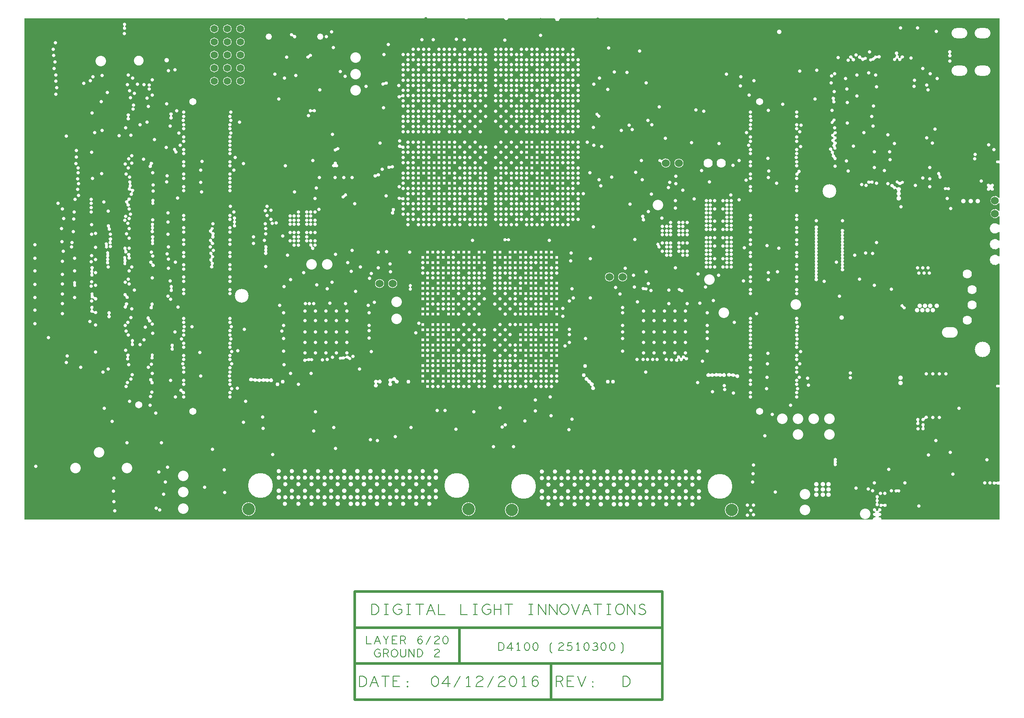
<source format=gbr>
G04 ================== begin FILE IDENTIFICATION RECORD ==================*
G04 Layout Name:  2510300_REV-D.brd*
G04 Film Name:    L06_gnd2.gbr*
G04 File Format:  Gerber RS274X*
G04 File Origin:  Cadence Allegro 16.6-2015-S051*
G04 Origin Date:  Tue Apr 12 06:53:56 2016*
G04 *
G04 Layer:  VIA CLASS/L6_GND2*
G04 Layer:  PIN/L6_GND2*
G04 Layer:  ETCH/L6_GND2*
G04 Layer:  DRAWING FORMAT/TITLE_BLOCK*
G04 *
G04 Offset:    (0.00 0.00)*
G04 Mirror:    No*
G04 Mode:      Positive*
G04 Rotation:  0*
G04 FullContactRelief:  No*
G04 UndefLineWidth:     0.00*
G04 ================== end FILE IDENTIFICATION RECORD ====================*
%FSLAX25Y25*MOIN*%
%IR0*IPPOS*OFA0.00000B0.00000*MIA0B0*SFA1.00000B1.00000*%
%ADD19O,.07X.11*%
%ADD18O,.11X.07*%
%ADD20O,.13X.066*%
%ADD17C,.06*%
%ADD12C,.07*%
%ADD11C,.025*%
%ADD10C,.016*%
%ADD16C,.072*%
%ADD14C,.055*%
%ADD15C,.094*%
%ADD13C,.25*%
%ADD21C,.02*%
%ADD22C,.006*%
%ADD23C,.008*%
%ADD25O,.12004X.08004*%
%ADD38C,.03004*%
%ADD24O,.12004X.07704*%
%ADD40C,.02404*%
%ADD37C,.03304*%
%ADD26C,.07004*%
%ADD32C,.03504*%
%ADD29C,.08004*%
%ADD28C,.02604*%
%ADD30C,.05404*%
%ADD33C,.06504*%
%ADD31C,.07404*%
%ADD39C,.04904*%
%ADD34C,.10404*%
%ADD36C,.10504*%
%ADD35C,.19004*%
%ADD27C,.11784*%
G75*
%LPD*%
G75*
G36*
G01X2500Y2500D02*
Y385500D01*
X338854D01*
X338906Y385380D01*
G03X341294I1194J520D01*
G01X341346Y385500D01*
X368915D01*
X368965Y385372D01*
G03X372235I1635J628D01*
G01X372285Y385500D01*
X407631D01*
X407948Y385183D01*
Y385100D01*
G03X411452I1752J0D01*
G01Y385183D01*
X411769Y385500D01*
X747500D01*
Y277071D01*
X746939Y276811D01*
X746842Y276894D01*
G03Y274906I-842J-994D01*
G01X746939Y274989D01*
X747500Y274729D01*
Y248626D01*
X746869Y248413D01*
X746782Y248527D01*
G03Y244273I-2782J-2127D01*
G01X746869Y244387D01*
X747500Y244174D01*
Y238626D01*
X746869Y238413D01*
X746782Y238527D01*
G03Y234273I-2782J-2127D01*
G01X746869Y234387D01*
X747500Y234174D01*
Y228092D01*
X746913Y227847D01*
X746818Y227941D01*
G03Y222259I-2818J-2841D01*
G01X746913Y222353D01*
X747500Y222108D01*
Y215992D01*
X746913Y215747D01*
X746818Y215841D01*
G03Y210159I-2818J-2841D01*
G01X746913Y210253D01*
X747500Y210008D01*
Y203992D01*
X746913Y203747D01*
X746818Y203841D01*
G03Y198159I-2818J-2841D01*
G01X746913Y198253D01*
X747500Y198008D01*
Y105673D01*
X746913Y105429D01*
X746818Y105523D01*
G03Y103677I-918J-923D01*
G01X746913Y103771D01*
X747500Y103527D01*
Y31889D01*
X747012Y31596D01*
X746912Y31649D01*
G03X745174Y31154I-612J-1149D01*
G01X744626D01*
G03Y29846I-1126J-654D01*
G01X745174D01*
G03X746912Y29351I1126J654D01*
G01X747012Y29404D01*
X747500Y29111D01*
Y2500D01*
X657613D01*
X657295Y2837D01*
X657300Y2923D01*
G03X655765Y4281I-1300J77D01*
G01X655679Y4265D01*
X655304Y4546D01*
X655295Y4633D01*
G03X655277Y4753I-1295J-133D01*
G01X655257Y4858D01*
X655642Y5243D01*
X655747Y5223D01*
G03X655765Y7781I253J1277D01*
G01X655679Y7765D01*
X655304Y8046D01*
X655295Y8133D01*
G03X655277Y8253I-1295J-133D01*
G01X655257Y8358D01*
X655642Y8743D01*
X655747Y8723D01*
G03X654723Y9747I253J1277D01*
G01X654743Y9642D01*
X654358Y9257D01*
X654253Y9277D01*
G03X653747I-253J-1277D01*
G01X653642Y9257D01*
X653257Y9642D01*
X653277Y9747D01*
G03X652253Y8723I-1277J253D01*
G01X652358Y8743D01*
X652743Y8358D01*
X652723Y8253D01*
G03X652705Y8133I1277J-253D01*
G01X652696Y8046D01*
X652321Y7765D01*
X652235Y7781D01*
G03X652253Y5223I-235J-1281D01*
G01X652358Y5243D01*
X652743Y4858D01*
X652723Y4753D01*
G03X652705Y4633I1277J-253D01*
G01X652696Y4546D01*
X652321Y4265D01*
X652235Y4281D01*
G03X650700Y2923I-235J-1281D01*
G01X650705Y2837D01*
X650387Y2500D01*
X2500D01*
G37*
%LPC*%
G75*
G36*
G01X219285Y357289D02*
G03X219732Y357594I57J396D01*
G02X220815Y356011I1268J-294D01*
G03X220368Y355706I-57J-396D01*
G02X219285Y357289I-1268J294D01*
G37*
G36*
G01X408972Y347113D02*
G02X410813Y345272I921J-920D01*
G02X408972Y347113I-921J920D01*
G37*
G36*
G01X315381Y343558D02*
X315382D01*
G02Y340954I0J-1302D01*
G02X315381Y343558I-1J1302D01*
G37*
G36*
G01X396780Y342256D02*
G02X399384I1302J0D01*
G02X396780I-1302J-1D01*
G37*
G36*
G01X302268Y338318D02*
G02X304872I1302J1D01*
G02X302268I-1302J0D01*
G37*
G36*
G01X278258Y335001D02*
G03X277689Y334820I-204J-344D01*
G02X277163Y336471I-1189J530D01*
G03X277732Y336652I204J344D01*
G02X278258Y335001I1189J-530D01*
G37*
G36*
G01X412528Y334382D02*
G02X415132I1302J0D01*
G02X412528I-1302J-1D01*
G37*
G36*
G01X318016Y330444D02*
G02X320620I1302J1D01*
G02X318016I-1302J0D01*
G37*
G36*
G01X416846Y323491D02*
G02X418687Y321650I921J-920D01*
G02X416846Y323491I-921J920D01*
G37*
G36*
G01X404654Y318634D02*
G02X407258I1302J0D01*
G02X404654I-1302J-1D01*
G37*
G36*
G01X441202Y312302D02*
G03X441402Y312102I200J0D01*
G02X440098Y310798I-2J-1302D01*
G03X439898Y310998I-200J0D01*
G02X441202Y312302I2J1302D01*
G37*
G36*
G01X621241Y306688D02*
G03X620885Y306226I39J-398D01*
G02X619475Y307312I-1285J-210D01*
G03X619831Y307774I-39J398D01*
G02X621241Y306688I1285J210D01*
G37*
G36*
G01X314080Y302886D02*
G02X316684I1302J0D01*
G02X314080I-1302J-1D01*
G37*
G36*
G01X303570Y300250D02*
X303571D01*
G02X303570Y297646I0J-1302D01*
G02Y300250I0J1302D01*
G37*
G36*
G01X241680Y284718D02*
G03X241218Y284483I-93J-389D01*
G02X240320Y286250I-1202J501D01*
G03X240782Y286485I93J389D01*
G02X241680Y284718I1202J-501D01*
G37*
G36*
G01X117033Y283700D02*
G03X116774Y284170I-389J92D01*
G02X118467Y285100I426J1230D01*
G03X118726Y284630I389J-92D01*
G02X117033Y283700I-426J-1230D01*
G37*
G36*
G01X240103Y272054D02*
X239697D01*
X239641Y272006D01*
G02X238432Y274249I-841J994D01*
G01X238504Y274270D01*
X238726Y274621D01*
X238714Y274695D01*
G02X241277Y274644I1286J204D01*
G01X241263Y274574D01*
X241446Y274225D01*
X241512Y274197D01*
G02X240159Y272006I-512J-1197D01*
G01X240103Y272054D01*
G37*
G36*
G01X100027Y273626D02*
G03X99825Y273072I152J-369D01*
G02X98173Y273674I-1155J-602D01*
G03X98375Y274228I-152J369D01*
G02X100027Y273626I1155J602D01*
G37*
G36*
G01X649179Y259580D02*
G03X648592Y259556I-282J-283D01*
G02X648521Y261320I-992J844D01*
G03X649108Y261344I282J283D01*
G02X649179Y259580I992J-844D01*
G37*
G36*
G01X672818Y258996D02*
X672456Y258836D01*
X672424Y258773D01*
G02X670004Y259035I-1160J591D01*
G01X669984Y259111D01*
X669619Y259342D01*
X669542Y259327D01*
G02X670555Y260934I-247J1278D01*
G01X670575Y260858D01*
X670940Y260627D01*
X671017Y260642D01*
G02X671610Y260619I247J-1278D01*
G01X671678Y260600D01*
X672040Y260760D01*
X672072Y260823D01*
G02X672886Y258977I1160J-591D01*
G01X672818Y258996D01*
G37*
G36*
G01X707056Y256383D02*
G03X707620Y256360I294J272D01*
G02X707544Y254517I880J-959D01*
G03X706980Y254540I-294J-272D01*
G02X707056Y256383I-880J959D01*
G37*
G36*
G01X247774Y249404D02*
G03X247336Y249030I-39J-398D01*
G02X246162Y250402I-1300J76D01*
G03X246600Y250776I39J398D01*
G02X247774Y249404I1300J-76D01*
G37*
G36*
G01X99715Y245057D02*
G03X99729Y245611I-281J284D01*
G02X101605Y245563I961J879D01*
G03X101591Y245009I281J-284D01*
G02X99715Y245057I-961J-879D01*
G37*
G36*
G01X67779Y226271D02*
G03X67943Y225683I331J-225D01*
G02X66321Y225229I-543J-1183D01*
G03X66157Y225817I-331J225D01*
G02X67779Y226271I543J1183D01*
G37*
G36*
G01X64240Y211780D02*
G03X64217Y212344I-295J270D01*
G02X66060Y212420I884J956D01*
G03X66083Y211856I295J-270D01*
G02X64240Y211780I-884J-956D01*
G37*
G36*
G01X487707Y212511D02*
G03X487918Y211994I371J-150D01*
G02X486193Y211289I-518J-1194D01*
G03X485982Y211806I-371J150D01*
G02X487707Y212511I518J1194D01*
G37*
G36*
G01X187719Y207488D02*
Y207012D01*
G02X186081I-819J-1012D01*
G01Y207488D01*
G02X186056Y209492I819J1012D01*
G01X186123Y209548D01*
X186142Y210017D01*
X186080Y210079D01*
G02X187844Y210008I920J921D01*
G01X187777Y209952D01*
X187758Y209483D01*
X187820Y209421D01*
G02X187719Y207488I-920J-921D01*
G37*
G36*
G01X80192Y199417D02*
X80168Y198977D01*
X80222Y198915D01*
G02X78358Y199018I-982J-855D01*
G01X78418Y199073D01*
X78442Y199513D01*
X78388Y199575D01*
G02X78368Y201262I982J855D01*
G01X78420Y201324D01*
X78386Y201762D01*
X78326Y201816D01*
G02X80192Y201958I864J974D01*
G01X80140Y201896D01*
X80174Y201458D01*
X80234Y201404D01*
G02X80252Y199472I-864J-974D01*
G01X80192Y199417D01*
G37*
G36*
G01X628319Y194988D02*
Y194512D01*
G02X626681I-819J-1012D01*
G01Y194988D01*
G02Y197012I819J1012D01*
G01Y197488D01*
G02Y199512I819J1012D01*
G01Y199988D01*
G02Y202012I819J1012D01*
G01Y202488D01*
G02Y204512I819J1012D01*
G01Y204988D01*
G02Y207012I819J1012D01*
G01Y207488D01*
G02Y209512I819J1012D01*
G01Y209988D01*
G02Y212012I819J1012D01*
G01Y212488D01*
G02Y214512I819J1012D01*
G01Y214988D01*
G02Y217012I819J1012D01*
G01Y217488D01*
G02Y219512I819J1012D01*
G01Y219988D01*
G02Y222012I819J1012D01*
G01Y222488D01*
G02X628319I819J1012D01*
G01Y222012D01*
G02Y219988I-819J-1012D01*
G01Y219512D01*
G02Y217488I-819J-1012D01*
G01Y217012D01*
G02Y214988I-819J-1012D01*
G01Y214512D01*
G02Y212488I-819J-1012D01*
G01Y212012D01*
G02Y209988I-819J-1012D01*
G01Y209512D01*
G02Y207488I-819J-1012D01*
G01Y207012D01*
G02Y204988I-819J-1012D01*
G01Y204512D01*
G02Y202488I-819J-1012D01*
G01Y202012D01*
G02Y199988I-819J-1012D01*
G01Y199512D01*
G02Y197488I-819J-1012D01*
G01Y197012D01*
G02Y194988I-819J-1012D01*
G37*
G36*
G01X608319Y187488D02*
Y187012D01*
G02X606681I-819J-1012D01*
G01Y187488D01*
G02Y189512I819J1012D01*
G01Y189988D01*
G02Y192012I819J1012D01*
G01Y192488D01*
G02Y194512I819J1012D01*
G01Y194988D01*
G02Y197012I819J1012D01*
G01Y197488D01*
G02Y199512I819J1012D01*
G01Y199988D01*
G02Y202012I819J1012D01*
G01Y202488D01*
G02Y204512I819J1012D01*
G01Y204988D01*
G02Y207012I819J1012D01*
G01Y207488D01*
G02Y209512I819J1012D01*
G01Y209988D01*
G02Y212012I819J1012D01*
G01Y212488D01*
G02Y214512I819J1012D01*
G01Y214988D01*
G02Y217012I819J1012D01*
G01Y217488D01*
G02Y219512I819J1012D01*
G01Y219988D01*
G02Y222012I819J1012D01*
G01Y222488D01*
G02Y224512I819J1012D01*
G01Y224988D01*
G02X608319I819J1012D01*
G01Y224512D01*
G02Y222488I-819J-1012D01*
G01Y222012D01*
G02Y219988I-819J-1012D01*
G01Y219512D01*
G02Y217488I-819J-1012D01*
G01Y217012D01*
G02Y214988I-819J-1012D01*
G01Y214512D01*
G02Y212488I-819J-1012D01*
G01Y212012D01*
G02Y209988I-819J-1012D01*
G01Y209512D01*
G02Y207488I-819J-1012D01*
G01Y207012D01*
G02Y204988I-819J-1012D01*
G01Y204512D01*
G02Y202488I-819J-1012D01*
G01Y202012D01*
G02Y199988I-819J-1012D01*
G01Y199512D01*
G02Y197488I-819J-1012D01*
G01Y197012D01*
G02Y194988I-819J-1012D01*
G01Y194512D01*
G02Y192488I-819J-1012D01*
G01Y192012D01*
G02Y189988I-819J-1012D01*
G01Y189512D01*
G02Y187488I-819J-1012D01*
G37*
G36*
G01X41831Y182690D02*
G03Y182410I143J-140D01*
G02X39969I-931J-910D01*
G03Y182690I-143J140D01*
G02X41831I931J910D01*
G37*
G36*
G01X476280Y179987D02*
G03X476805Y179901I311J252D01*
G02X476488Y177981I695J-1101D01*
G03X475963Y178067I-311J-252D01*
G02X476280Y179987I-695J1101D01*
G37*
G36*
G01X504004Y178896D02*
G03X504474Y178661I370J152D01*
G02X503596Y176904I326J-1261D01*
G03X503126Y177139I-370J-152D01*
G02X504004Y178896I-326J1261D01*
G37*
G36*
G01X80716Y174179D02*
G03X81082Y173699I392J-81D01*
G02X79724Y172661I-83J-1299D01*
G03X79358Y173141I-392J81D01*
G02X80716Y174179I83J1299D01*
G37*
G36*
G01X80983Y166122D02*
G03X80757Y165567I132J-377D01*
G02X79157Y166218I-1167J-577D01*
G03X79383Y166773I-132J377D01*
G02X80983Y166122I1167J577D01*
G37*
G36*
G01X674302Y166002D02*
G03X674702Y165602I400J0D01*
G02X673398Y164298I-2J-1302D01*
G03X672998Y164698I-400J0D01*
G02X674302Y166002I2J1302D01*
G37*
G36*
G01X98225Y156159D02*
G03X98516Y155632I376J-136D01*
G02X97015Y154801I-276J-1272D01*
G03X96724Y155328I-376J136D01*
G02X98225Y156159I276J1272D01*
G37*
G36*
G01X101045Y127407D02*
G03X101005Y126850I266J-299D01*
G02X99145Y126983I-995J-840D01*
G03X99185Y127540I-266J299D01*
G02X101045Y127407I995J840D01*
G37*
G36*
G01X100197Y108924D02*
G03X100446Y108369I362J-171D01*
G02X98903Y107676I-366J-1249D01*
G03X98654Y108231I-362J171D01*
G02X100197Y108924I366J1249D01*
G37*
G36*
G01X271846Y106759D02*
Y106241D01*
G02X270154I-846J-1241D01*
G01Y106759D01*
G02X272241Y108846I846J1241D01*
G01X272759D01*
G02Y107154I1241J-846D01*
G01X272241D01*
G02X271846Y106759I-1241J846D01*
G37*
G36*
G01X622971Y45633D02*
Y45367D01*
G02X621029I-971J-867D01*
G01Y45633D01*
G02Y47367I971J867D01*
G01Y47633D01*
G02X622971I971J867D01*
G01Y47367D01*
G02Y45633I-971J-867D01*
G37*
G36*
G01X669633Y23529D02*
G03X669367I-133J-150D01*
G02Y25471I-867J971D01*
G03X669633I133J150D01*
G02Y23529I867J-971D01*
G37*
G36*
G01X79615Y379147D02*
G02X78385I-615J-1147D01*
G03Y379853I-189J353D01*
G02X79615I615J1147D01*
G03Y379147I189J-353D01*
G37*
G36*
G01X208465Y372787D02*
G02X207699Y371560I535J-1187D01*
G03X207135Y371913I-400J-12D01*
G02X207901Y373140I-535J1187D01*
G03X208465Y372787I400J12D01*
G37*
G36*
G01X710115Y358147D02*
G02X708885I-615J-1147D01*
G03Y358853I-189J353D01*
G02X710115I615J1147D01*
G03Y358147I189J-353D01*
G37*
G36*
G01X644170Y353730D02*
G02X641699Y354337I-1170J571D01*
G01X641702Y354447D01*
X641235Y354758D01*
X641135Y354713D01*
G02X641901Y355863I-535J1187D01*
G01X641898Y355753D01*
X642365Y355442D01*
X642465Y355487D01*
G02X643545Y355482I535J-1187D01*
G01X643809Y355576D01*
G02X644434Y353824I1170J-570D01*
G01X644170Y353730D01*
G37*
G36*
G01X672515Y354414D02*
X672537Y354309D01*
G02X670017Y354412I-1273J-273D01*
G01X670050Y354520D01*
X669666Y354942D01*
X669555Y354919D01*
G02X669064Y354914I-259J1276D01*
G01X668960Y354932D01*
X668580Y354543D01*
X668602Y354438D01*
G02X667558Y355454I-1275J-265D01*
G01X667662Y355436D01*
X668042Y355825D01*
X668020Y355930D01*
G02X668404Y357144I1275J264D01*
G01X668482Y357218D01*
X668387Y357761D01*
X668287Y357803D01*
G02X669691Y358051I512J1197D01*
G01X669613Y357977D01*
X669708Y357434D01*
X669808Y357392D01*
G02X670542Y355819I-513J-1197D01*
G01X670509Y355711D01*
X670893Y355289D01*
X671004Y355312D01*
G02X671497Y355317I259J-1276D01*
G01X671602Y355298D01*
X671981Y355690D01*
X671959Y355795D01*
G02X672999Y354787I1273J273D01*
G01X672894Y354806D01*
X672515Y354414D01*
G37*
G36*
G01X635591Y355249D02*
G02X634565Y354272I240J-1280D01*
G03X634102Y354758I-389J93D01*
G02X635128Y355735I-240J1280D01*
G03X635591Y355249I389J-93D01*
G37*
G36*
G01X650172Y353232D02*
G02X649562Y354974I-1172J567D01*
G01X649828Y355068D01*
G02X651084Y355799I1171J-568D01*
G01X651163Y355794D01*
X651498Y356073D01*
X651507Y356152D01*
G02X653777Y356861I1293J-152D01*
G01X653843Y356786D01*
X654362Y356827D01*
X654415Y356911D01*
G02X654539Y355355I1101J-695D01*
G01X654473Y355430D01*
X653954Y355389D01*
X653901Y355305D01*
G02X652716Y354701I-1101J695D01*
G01X652637Y354706D01*
X652302Y354427D01*
X652293Y354348D01*
G02X650438Y353326I-1293J152D01*
G01X650172Y353232D01*
G37*
G36*
G01X290180Y325361D02*
G02X289807Y326534I-1280J239D01*
G03X290479Y326747I279J287D01*
G02X290852Y325574I1280J-239D01*
G03X290180Y325361I-279J-287D01*
G37*
G36*
G01X621516Y322930D02*
G02X620022Y322691I-580J-1166D01*
G03X619920Y323334I-280J285D01*
G02X621414Y323573I580J1166D01*
G03X621516Y322930I280J-285D01*
G37*
G36*
G01X222147Y314385D02*
G02Y315615I-1147J615D01*
G03X222853I353J189D01*
G02Y314385I1147J-615D01*
G03X222147I-353J-189D01*
G37*
G36*
G01X115229Y310659D02*
G02X113871I-679J-1111D01*
G03Y311342I-208J341D01*
G02X115229I679J1111D01*
G03Y310659I208J-341D01*
G37*
G36*
G01X82529Y309929D02*
G02X81171I-679J-1111D01*
G03Y310612I-208J341D01*
G02X82529I679J1111D01*
G03Y309929I208J-341D01*
G37*
G36*
G01X291016Y288184D02*
G02X290544Y286646I743J-1069D01*
G03X289943Y286831I-373J-144D01*
G02X290415Y288369I-743J1069D01*
G03X291016Y288184I373J144D01*
G37*
G36*
G01X622297Y287523D02*
X622360Y287491D01*
G02X620514Y286677I-591J-1160D01*
G01X620533Y286745D01*
X620373Y287107D01*
X620310Y287139D01*
G02X620399Y289501I591J1160D01*
G01X620467Y289529D01*
X620651Y289892D01*
X620634Y289963D01*
G02X620614Y290472I1266J305D01*
G01X620629Y290563D01*
X620307Y290935D01*
X620215Y290934D01*
G02X620135Y293536I-15J1302D01*
G01X620224Y293541D01*
X620524Y293911D01*
X620509Y293999D01*
G02Y294409I1286J205D01*
G01X620524Y294501D01*
X620198Y294874D01*
X620104Y294871D01*
G02X620231Y297465I-31J1302D01*
G01X620330Y297453D01*
X620690Y297829D01*
X620674Y297928D01*
G02X621800Y296850I1284J214D01*
G01X621701Y296862D01*
X621341Y296486D01*
X621357Y296387D01*
G02X621359Y295969I-1284J-215D01*
G01X621344Y295877D01*
X621670Y295504D01*
X621764Y295507D01*
G02X621860Y292905I31J-1302D01*
G01X621771Y292900D01*
X621471Y292530D01*
X621486Y292442D01*
G02Y292032I-1286J-205D01*
G01X621471Y291941D01*
X621793Y291569D01*
X621885Y291570D01*
G02X622402Y289066I16J-1302D01*
G01X622334Y289038D01*
X622150Y288675D01*
X622167Y288604D01*
G02X622156Y287953I-1266J-304D01*
G01X622137Y287885D01*
X622297Y287523D01*
G37*
G36*
G01X622116Y279730D02*
G02X620562Y278689I-273J-1273D01*
G03X620252Y279152I-394J72D01*
G02X619588Y281329I273J1273D01*
G01X619663Y281407D01*
X619542Y281943D01*
X619441Y281981D01*
G02X618715Y283739I459J1219D01*
G01X618758Y283833D01*
X618489Y284294D01*
X618386Y284303D01*
G02X619685Y285061I114J1297D01*
G01X619642Y284967D01*
X619911Y284506D01*
X620014Y284497D01*
G02X620837Y282296I-114J-1297D01*
G01X620762Y282218D01*
X620883Y281682D01*
X620984Y281644D01*
G02X621806Y280193I-459J-1218D01*
G03X622116Y279730I394J-72D01*
G37*
G36*
G01X489865Y277307D02*
G02X489009Y275279I2635J-2307D01*
G03X488467Y275685I-399J33D01*
G02X489197Y277413I-467J1215D01*
G03X489865Y277307I367J158D01*
G37*
G36*
G01X282149Y271088D02*
G02X281840Y272695I-1149J612D01*
G03X282451Y272812I258J305D01*
G02X282760Y271205I1149J-612D01*
G03X282149Y271088I-258J-305D01*
G37*
G36*
G01X593945Y266811D02*
G02X592648Y267827I-1270J-286D01*
G03X593030Y268314I-8J400D01*
G02X594327Y267298I1270J286D01*
G03X593945Y266811I8J-400D01*
G37*
G36*
G01X271709Y264716D02*
G02X271204Y266296I-1209J484D01*
G03X271791Y266484I216J336D01*
G02X272296Y264904I1209J-484D01*
G03X271709Y264716I-216J-336D01*
G37*
G36*
G01X702380Y265545D02*
G02X700931Y265044I-381J-1245D01*
G03X700720Y265655I-328J229D01*
G02X702169Y266156I381J1245D01*
G03X702380Y265545I328J-229D01*
G37*
G36*
G01X740204Y254490D02*
X740147Y254385D01*
G02X738385Y256147I-1147J615D01*
G01X738490Y256204D01*
Y256796D01*
X738385Y256853D01*
G02X740147Y258615I615J1147D01*
G01X740204Y258510D01*
X740796D01*
X740853Y258615D01*
G02X742615Y256853I1147J-615D01*
G01X742510Y256796D01*
Y256204D01*
X742615Y256147D01*
G02X740853Y254385I-615J-1147D01*
G01X740796Y254490D01*
X740204D01*
G37*
G36*
G01X85102Y252146D02*
X85179Y252058D01*
G02X83985Y252484I-979J-858D01*
G01X84101Y252504D01*
X84298Y253054D01*
X84221Y253142D01*
G02X83911Y253820I979J858D01*
G01X83895Y253928D01*
X83392Y254161D01*
X83300Y254102D01*
G02X82116Y256409I-699J1098D01*
G01X82204Y256444D01*
X82355Y256917D01*
X82304Y256996D01*
G02X82558Y258693I1096J703D01*
G01X82639Y258762D01*
X82581Y259301D01*
X82487Y259351D01*
G02X83942Y259507I613J1149D01*
G01X83861Y259438D01*
X83919Y258899D01*
X84013Y258849D01*
G02X83884Y256491I-613J-1149D01*
G01X83796Y256456D01*
X83645Y255983D01*
X83696Y255904D01*
G02X83889Y255380I-1097J-702D01*
G01X83905Y255272D01*
X84408Y255039D01*
X84500Y255098D01*
G02X85415Y252716I700J-1098D01*
G01X85299Y252696D01*
X85102Y252146D01*
G37*
G36*
G01X290751Y248568D02*
G02X290580Y247192I1008J-824D01*
G03X289908Y247276I-362J-169D01*
G02X290079Y248652I-1008J824D01*
G03X290751Y248568I362J169D01*
G37*
G36*
G01X671370Y249621D02*
G02X669630I-870J-1521D01*
G01Y250179D01*
G02X669375Y253043I870J1521D01*
G03Y253657I-256J307D01*
G02X668752Y254888I1125J1343D01*
G01X668744Y255009D01*
X668200Y255251D01*
X668105Y255177D01*
G02X665999Y256142I-805J1023D01*
G03X665529Y256518I-399J-17D01*
G02X666601Y257858I-229J1282D01*
G03X667071Y257482I399J17D01*
G02X668579Y256442I229J-1282D01*
G01X668602Y256323D01*
X669171Y256148D01*
X669256Y256234D01*
G02X671625Y253657I1243J-1234D01*
G03Y253043I256J-307D01*
G02X671370Y250179I-1125J-1343D01*
G01Y249621D01*
G37*
G36*
G01X81983Y244249D02*
X82078Y244232D01*
G02X80658Y243474I-228J-1282D01*
G01X80697Y243562D01*
X80457Y244011D01*
X80362Y244028D01*
G02X80810Y246593I228J1282D01*
G01X80920Y246574D01*
X81292Y247001D01*
X81258Y247108D01*
G02X82280Y246217I1242J392D01*
G01X82170Y246236D01*
X81798Y245809D01*
X81832Y245702D01*
G02X81782Y244786I-1242J-392D01*
G01X81743Y244698D01*
X81983Y244249D01*
G37*
G36*
G01X284770Y237668D02*
G02X283289Y237997I-970J-868D01*
G03X283430Y238632I-157J368D01*
G02X284911Y238303I970J868D01*
G03X284770Y237668I157J-368D01*
G37*
G36*
G01X476003Y232814D02*
G02X474463Y232501I-563J-1174D01*
G03X474337Y233126I-300J265D01*
G02X475877Y233439I563J1174D01*
G03X476003Y232814I300J-265D01*
G37*
G36*
G01X163510Y228204D02*
X163615Y228147D01*
G02X162385I-615J-1147D01*
G01X162490Y228204D01*
Y228796D01*
X162385Y228853D01*
G02Y231147I615J1147D01*
G01X162490Y231204D01*
Y231796D01*
X162385Y231853D01*
G02X163615I615J1147D01*
G01X163510Y231796D01*
Y231204D01*
X163615Y231147D01*
G02Y228853I-615J-1147D01*
G01X163510Y228796D01*
Y228204D01*
G37*
G36*
G01X100861Y223728D02*
X100952Y223663D01*
G02X99601Y223756I-752J-1063D01*
G01X99700Y223808D01*
X99739Y224372D01*
X99648Y224437D01*
G02X99570Y226503I752J1063D01*
G01X99646Y226566D01*
X99627Y227081D01*
X99547Y227138D01*
G02X101130Y227197I753J1062D01*
G01X101054Y227134D01*
X101073Y226619D01*
X101153Y226562D01*
G02X100999Y224344I-753J-1062D01*
G01X100900Y224292D01*
X100861Y223728D01*
G37*
G36*
G01X147420Y219421D02*
G02X145656Y219492I-920J-921D01*
G03X145680Y220079I-259J305D01*
G02X145320Y221240I920J922D01*
G01X145339Y221340D01*
X144975Y221723D01*
X144874Y221710D01*
G02X144418Y224271I-174J1290D01*
G03X144724Y224741I-86J391D01*
G02X146282Y223729I1276J259D01*
G03X145976Y223259I86J-391D01*
G02X145980Y222760I-1276J-260D01*
G01X145961Y222660D01*
X146325Y222277D01*
X146426Y222290D01*
G02X147444Y220008I174J-1290D01*
G03X147420Y219421I259J-305D01*
G37*
G36*
G01X370653Y215787D02*
G02Y216985I-1042J599D01*
G03X371347I347J199D01*
G02Y215787I1042J-599D01*
G03X370653I-347J-199D01*
G37*
G36*
G01X68789Y215135D02*
G02X67394Y215252I-789J-1035D01*
G03X67451Y215925I-186J355D01*
G02X68846Y215808I789J1035D01*
G03X68789Y215135I186J-355D01*
G37*
G36*
G01X146271Y214900D02*
G02X144982Y214059I-71J-1300D01*
G03X144629Y214600I-374J141D01*
G02X145918Y215441I71J1300D01*
G03X146271Y214900I374J-141D01*
G37*
G36*
G01X101343Y214339D02*
G02X99467Y214307I-923J-919D01*
G03X99457Y214861I-293J272D01*
G02X99699Y216890I923J919D01*
G01X99789Y216945D01*
X99813Y217489D01*
X99727Y217552D01*
G02X101181Y217490I773J1048D01*
G01X101091Y217435D01*
X101067Y216891D01*
X101153Y216828D01*
G02X101333Y214893I-773J-1048D01*
G03X101343Y214339I293J-272D01*
G37*
G36*
G01X222756Y211101D02*
G02X221695Y210489I44J-1301D01*
G03X221343Y211101I-339J212D01*
G02X222404Y211713I-44J1301D01*
G03X222756Y211101I339J-212D01*
G37*
G36*
G01X80487Y208408D02*
G02X79001Y208035I-487J-1208D01*
G03X78843Y208662I-307J256D01*
G02X80329Y209035I487J1208D01*
G03X80487Y208408I307J-256D01*
G37*
G36*
G01X83212Y203590D02*
G02X81596Y203437I-712J-1090D01*
G03X81538Y204060I-277J288D01*
G02X83154Y204213I712J1090D01*
G03X83212Y203590I277J-288D01*
G37*
G36*
G01X66940Y199794D02*
G02X65260I-840J-994D01*
G03Y200406I-258J306D01*
G02X65347Y202462I840J994D01*
G01X65427Y202519D01*
X65446Y203034D01*
X65370Y203097D01*
G02X65240Y204980I830J1003D01*
G03X65217Y205544I-295J270D01*
G02X67060Y205620I884J956D01*
G03X67083Y205056I295J-270D01*
G02X66953Y203038I-883J-956D01*
G01X66873Y202981D01*
X66854Y202466D01*
X66930Y202403D01*
G02X66940Y200406I-830J-1003D01*
G03Y199794I258J-306D01*
G37*
G36*
G01X100747Y198175D02*
G02X99682Y197390I133J-1295D01*
G03X99273Y197945I-368J157D01*
G02X100338Y198730I-133J1295D01*
G03X100747Y198175I368J-157D01*
G37*
G36*
G01X146533Y196613D02*
X146595Y196540D01*
G02X144988Y196849I-995J-840D01*
G01X145072Y196894D01*
X145167Y197387D01*
X145105Y197460D01*
G02X145057Y199079I995J840D01*
G01X145125Y199170D01*
X144910Y199696D01*
X144798Y199714D01*
G02X144742Y202276I202J1286D01*
G01X144838Y202296D01*
X145066Y202752D01*
X145024Y202840D01*
G02X145102Y204100I1176J560D01*
G01X145161Y204192D01*
X144928Y204695D01*
X144820Y204711D01*
G02X146098Y205300I181J1289D01*
G01X146039Y205208D01*
X146272Y204705D01*
X146380Y204689D01*
G02X146458Y202124I-181J-1289D01*
G01X146362Y202104D01*
X146134Y201648D01*
X146176Y201560D01*
G02X146043Y200221I-1176J-559D01*
G01X145975Y200130D01*
X146190Y199604D01*
X146302Y199586D01*
G02X146712Y197151I-202J-1286D01*
G01X146628Y197106D01*
X146533Y196613D01*
G37*
G36*
G01X54773Y190619D02*
X54853Y190562D01*
G02X53270Y190503I-753J-1062D01*
G01X53346Y190566D01*
X53327Y191081D01*
X53247Y191138D01*
G02X53342Y193323I753J1062D01*
G01X53433Y193377D01*
X53471Y193916D01*
X53389Y193981D01*
G02X54858Y193877I810J1019D01*
G01X54767Y193823D01*
X54729Y193284D01*
X54811Y193219D01*
G02X54830Y191197I-811J-1019D01*
G01X54754Y191134D01*
X54773Y190619D01*
G37*
G36*
G01X297913Y179653D02*
G02X296715I-599J-1042D01*
G03Y180347I-199J347D01*
G02X297913I599J1042D01*
G03Y179653I199J-347D01*
G37*
G36*
G01X115429Y178824D02*
G02X114071I-679J-1111D01*
G03Y179507I-208J341D01*
G02X115429I679J1111D01*
G03Y178824I208J-341D01*
G37*
G36*
G01X56191Y172397D02*
X56287Y172449D01*
G02X55600Y171222I613J-1149D01*
G01X55594Y171331D01*
X55109Y171603D01*
X55013Y171551D01*
G02X53370Y173497I-613J1149D01*
G03X53323Y174037I-316J245D01*
G02X55230Y174203I877J963D01*
G03X55277Y173663I316J-245D01*
G02X55700Y172778I-877J-963D01*
G01X55706Y172669D01*
X56191Y172397D01*
G37*
G36*
G01X100390Y165345D02*
G02X98945Y165720I-990J-845D01*
G03X99110Y166355I-139J375D01*
G02X100555Y165980I990J845D01*
G03X100390Y165345I139J-375D01*
G37*
G36*
G01X55954Y161702D02*
X56042Y161779D01*
G02X55616Y160585I858J-979D01*
G01X55596Y160701D01*
X55046Y160898D01*
X54958Y160821D01*
G02X53514Y162962I-859J978D01*
G01Y163538D01*
G02X54686I586J1162D01*
G01Y162962D01*
G02X55384Y162015I-586J-1163D01*
G01X55404Y161899D01*
X55954Y161702D01*
G37*
G36*
G01X67879Y158759D02*
G02X66521I-679J-1111D01*
G03Y159442I-208J342D01*
G02X67879I679J1111D01*
G03Y158759I208J-341D01*
G37*
G36*
G01X85670Y137488D02*
G02X84330I-670J-1117D01*
G03Y138173I-206J343D01*
G02X85670I670J1117D01*
G03Y137488I206J-343D01*
G37*
G36*
G01X116109Y133937D02*
G02X114769I-670J-1117D01*
G03Y134622I-206J343D01*
G02X116109I670J1117D01*
G03Y133937I206J-342D01*
G37*
G36*
G01X250872Y126882D02*
G02X249875Y125160I228J-1282D01*
G03X249428Y125418I-376J-136D01*
G02X248221Y125842I-228J1282D01*
G01X248144Y125929D01*
X247575Y125812D01*
X247539Y125701D01*
G02X245435Y125126I-1240J399D01*
G03X244854Y125073I-266J-299D01*
G02X244692Y126847I-1027J801D01*
G03X245273Y126900I266J299D01*
G02X247279Y126958I1027J-800D01*
G01X247356Y126871D01*
X247925Y126988D01*
X247961Y127099D01*
G02X250425Y127140I1239J-399D01*
G03X250872Y126882I376J136D01*
G37*
G36*
G01X82152Y126363D02*
G02X80801Y126456I-752J-1063D01*
G03X80848Y127137I-184J355D01*
G02X82199Y127044I752J1063D01*
G03X82152Y126363I184J-355D01*
G37*
G36*
G01X501926Y125096D02*
X501983Y124997D01*
G02X500836Y125644I-1125J-655D01*
G01X500950Y125646D01*
X501232Y126146D01*
X501175Y126245D01*
G02X503559Y126567I1125J655D01*
G01X503530Y126459D01*
X503919Y126050D01*
X504029Y126073D01*
G02X504319Y126102I274J-1273D01*
G01X504413Y126101D01*
X504735Y126479D01*
X504718Y126572D01*
G02X507284Y127017I1282J228D01*
G01X507300Y126924D01*
X507736Y126677D01*
X507824Y126712D01*
G02X507016Y125283I476J-1212D01*
G01X507000Y125376D01*
X506564Y125623D01*
X506476Y125588D01*
G02X505981Y125498I-476J1212D01*
G01X505887Y125499D01*
X505565Y125121D01*
X505582Y125028D01*
G02X503041Y125133I-1282J-228D01*
G01X503070Y125241D01*
X502681Y125650D01*
X502571Y125627D01*
G02X502322Y125598I-274J1273D01*
G01X502208Y125596D01*
X501926Y125096D01*
G37*
G36*
G01X218061Y123954D02*
X218020Y123846D01*
G02X217798Y125136I-1220J454D01*
G01X217872Y125048D01*
X218439Y125146D01*
X218480Y125254D01*
G02X220580Y125760I1220J-454D01*
G03X221120I270J295D01*
G02Y123840I880J-960D01*
G03X220580I-270J-295D01*
G02X218702Y123964I-880J960D01*
G01X218628Y124052D01*
X218061Y123954D01*
G37*
G36*
G01X526185Y112077D02*
G02Y113923I-1185J923D01*
G03X526815I315J246D01*
G02X529213Y113886I1185J-923D01*
G01X529278Y113797D01*
X529833Y113832D01*
X529886Y113928D01*
G02X532378Y114132I1314J-728D01*
G01X532432Y114063D01*
X532903Y114029D01*
X532967Y114090D01*
G02X535241Y113846I1033J-1090D01*
G01X535759D01*
G02Y112154I1241J-846D01*
G01X535241D01*
G02X532822Y112068I-1241J846D01*
G01X532768Y112137D01*
X532297Y112171D01*
X532233Y112110D01*
G02X529987Y112314I-1033J1090D01*
G01X529922Y112403D01*
X529367Y112368D01*
X529314Y112272D01*
G02X526815Y112077I-1314J728D01*
G03X526185I-315J-246D01*
G37*
G36*
G01X546038Y113158D02*
X546118Y113242D01*
G02X545755Y111790I1082J-1042D01*
G01X545723Y111901D01*
X545162Y112042D01*
X545082Y111958D01*
G02X542686Y112272I-1082J1042D01*
G01X542633Y112368D01*
X542078Y112403D01*
X542013Y112314D01*
G02X542114Y113928I-1213J886D01*
G01X542167Y113832D01*
X542722Y113797D01*
X542787Y113886D01*
G02X545445Y113410I1213J-886D01*
G01X545477Y113299D01*
X546038Y113158D01*
G37*
G36*
G01X183367Y108368D02*
X183314Y108272D01*
G02X180686I-1314J728D01*
G01X180633Y108368D01*
X180078Y108403D01*
X180013Y108314D01*
G02X177438Y108568I-1213J886D01*
G01X177391Y108668D01*
X176835Y108738D01*
X176765Y108652D01*
G02X176962Y110232I-1165J948D01*
G01X177009Y110132D01*
X177565Y110062D01*
X177635Y110148D01*
G02X180114Y109928I1165J-948D01*
G01X180167Y109832D01*
X180722Y109797D01*
X180787Y109886D01*
G02X183213I1213J-886D01*
G01X183278Y109797D01*
X183833Y109832D01*
X183886Y109928D01*
G02X186378Y110132I1314J-728D01*
G01X186432Y110063D01*
X186903Y110029D01*
X186967Y110090D01*
G02X189241Y109846I1033J-1090D01*
G01X189759D01*
G02Y108154I1241J-846D01*
G01X189241D01*
G02X186822Y108068I-1241J846D01*
G01X186768Y108137D01*
X186297Y108171D01*
X186233Y108110D01*
G02X183987Y108314I-1033J1090D01*
G01X183922Y108403D01*
X183367Y108368D01*
G37*
G36*
G01X282923Y107185D02*
G02X281077I-923J-1185D01*
G03Y107815I-246J315D01*
G02X282921Y110187I922J1186D01*
G01X283005Y110121D01*
X283523Y110294D01*
X283551Y110397D01*
G02X286500Y109920I1449J-396D01*
G03X286920Y109500I399J-21D01*
G02X285500Y108080I80J-1500D01*
G03X285080Y108500I-399J21D01*
G02X284079Y108813I-80J1500D01*
G01X283995Y108879D01*
X283477Y108706D01*
X283449Y108603D01*
G02X282923Y107815I-1449J397D01*
G03Y107185I246J-315D01*
G37*
G36*
G01X437294Y104477D02*
X437397Y104449D01*
G02X435813Y103921I-397J-1449D01*
G01X435879Y104005D01*
X435706Y104523D01*
X435603Y104551D01*
G02X434500Y106080I397J1449D01*
G01X434505Y106169D01*
X434169Y106505D01*
X434080Y106500D01*
G02X432500Y108080I-80J1500D01*
G01X432505Y108169D01*
X432169Y108505D01*
X432080Y108500D01*
G02X433500Y109920I-80J1500D01*
G01X433495Y109831D01*
X433831Y109495D01*
X433920Y109500D01*
G02X435500Y107920I80J-1500D01*
G01X435495Y107831D01*
X435831Y107495D01*
X435920Y107500D01*
G02X437187Y105079I80J-1500D01*
G01X437121Y104995D01*
X437294Y104477D01*
G37*
G36*
G01X123859Y100861D02*
G02X122768Y99686I206J-1286D01*
G03X122306Y100114I-399J33D01*
G02X123397Y101289I-206J1286D01*
G03X123859Y100861I399J-33D01*
G37*
G36*
G01X690397Y79115D02*
G02X689639Y80185I-1297J-115D01*
G03X690203Y80585I166J364D01*
G02X690961Y79515I1297J115D01*
G03X690397Y79115I-166J-364D01*
G37*
G36*
G01X685715Y77147D02*
G02X684485I-615J-1147D01*
G03Y77853I-189J353D01*
G02X685715I615J1147D01*
G03Y77147I189J-353D01*
G37*
G36*
G01X689715Y73147D02*
G02X688485I-615J-1147D01*
G03Y73853I-189J353D01*
G02X689715I615J1147D01*
G03Y73147I189J-353D01*
G37*
G36*
G01X654510Y15204D02*
X654615Y15147D01*
G02X653385I-615J-1147D01*
G01X653490Y15204D01*
Y15796D01*
X653385Y15853D01*
G02Y18147I615J1147D01*
G01X653490Y18204D01*
Y18796D01*
X653385Y18853D01*
G02X654615I615J1147D01*
G01X654510Y18796D01*
Y18204D01*
X654615Y18147D01*
G02Y15853I-615J-1147D01*
G01X654510Y15796D01*
Y15204D01*
G37*
G36*
G01X658147Y12885D02*
G02Y14115I-1147J615D01*
G03X658853I353J189D01*
G02Y12885I1147J-615D01*
G03X658147I-353J-189D01*
G37*
G54D25*
X709587Y145492D03*
G54D38*
X196000Y106000D03*
X200000Y108000D03*
X296000D03*
X431000Y120000D03*
X430000Y113000D03*
X448100Y108000D03*
X452100Y107800D03*
G54D24*
X734452Y374370D03*
Y345630D03*
X716736Y374370D03*
Y345630D03*
G54D40*
X303570Y247744D03*
Y267429D03*
Y259555D03*
Y263492D03*
Y251681D03*
X303571Y279241D03*
X303570Y271366D03*
X306708Y108344D03*
X310644D03*
Y104408D03*
X306708Y112282D03*
Y116218D03*
Y120156D03*
X310644Y116218D03*
Y120156D03*
Y124092D03*
X318518D03*
X314582Y116218D03*
X318518Y112282D03*
X314582D03*
X318518Y116218D03*
Y120156D03*
X314582Y124092D03*
X306708Y131966D03*
X314582Y143778D03*
X310644Y139841D03*
X306708D03*
X318518Y135904D03*
X310644D03*
X314582Y128030D03*
Y135904D03*
X306708D03*
X310644Y128030D03*
X318518Y143778D03*
Y139841D03*
X314582Y131966D03*
X310644Y143778D03*
X318518Y131966D03*
X306708Y128030D03*
X318518Y151652D03*
X314582Y147715D03*
Y159548D03*
Y151652D03*
X318518Y159548D03*
X310644D03*
Y147715D03*
X306708Y159548D03*
Y147715D03*
Y151652D03*
X318518Y179234D03*
Y175296D03*
Y163485D03*
X306708Y179234D03*
Y175296D03*
Y171359D03*
X314582Y179234D03*
X310644Y171359D03*
Y163485D03*
X314582Y175296D03*
Y171359D03*
X310644Y167422D03*
X306708Y163485D03*
X310644Y179234D03*
X318518Y194982D03*
Y183170D03*
X314582Y194982D03*
X318518Y187108D03*
X310644D03*
Y183170D03*
X306708D03*
Y202856D03*
X310644D03*
Y198918D03*
X314582Y206792D03*
X318518Y198918D03*
X314582D03*
X318518Y202856D03*
X310644Y206792D03*
X315381Y247744D03*
Y243807D03*
X311444D03*
X319318D03*
X311444Y247744D03*
X307507Y259555D03*
X311444Y263492D03*
X307507Y267429D03*
X311444D03*
X315381Y263492D03*
Y267429D03*
X319318Y263492D03*
Y259555D03*
X311444Y255618D03*
Y259555D03*
X315381Y251681D03*
Y255618D03*
Y271366D03*
Y275304D03*
X319318Y271366D03*
Y275304D03*
X311444D03*
X307507Y271366D03*
Y275304D03*
X319319Y283179D03*
X315382D03*
X311445D03*
X319319Y279241D03*
X315382Y291053D03*
X307507Y291052D03*
X307508Y287115D03*
X319319Y291053D03*
X315382Y287115D03*
X311445D03*
X322456Y108344D03*
X326392D03*
Y120156D03*
X322456D03*
Y124092D03*
X330330Y120156D03*
Y124092D03*
X326392Y116218D03*
X322456Y112282D03*
X326392D03*
Y139841D03*
X322456Y131966D03*
X330330Y128030D03*
Y139841D03*
X322456Y128030D03*
X326392Y131966D03*
X322456Y139841D03*
Y143778D03*
X326392Y128030D03*
X330330Y143778D03*
Y135904D03*
X326392D03*
Y147715D03*
X330330D03*
X326392Y151652D03*
X322456Y147715D03*
X326392Y159548D03*
X330330D03*
X322456Y151652D03*
X330330Y179234D03*
X326392Y171359D03*
X322456Y175296D03*
X326392D03*
X330330Y171359D03*
X326392Y179234D03*
X330330Y163485D03*
Y167422D03*
X326392Y183170D03*
X330330D03*
X338204Y194982D03*
X322456Y183170D03*
Y194982D03*
X326392D03*
X322456Y187108D03*
Y191044D03*
X326392D03*
X338204Y198918D03*
X326392D03*
Y202856D03*
X322456D03*
X330330Y198918D03*
X338204Y202856D03*
X334266Y206792D03*
X338204D03*
X323255Y247744D03*
Y243807D03*
X331129Y255618D03*
Y259555D03*
X327192D03*
X323255D03*
X327192Y267429D03*
X323255Y263492D03*
Y251681D03*
X327192Y255618D03*
X323256Y283179D03*
X331130D03*
X327193Y271367D03*
Y279241D03*
X331130D03*
Y275305D03*
X323256Y279241D03*
X327193Y275305D03*
X323256Y287115D03*
X327193Y291053D03*
Y287115D03*
X331130D03*
X323256Y291053D03*
X346078Y194982D03*
X342141D03*
Y206792D03*
X350015Y198918D03*
X346078Y202856D03*
Y198918D03*
X342141Y202856D03*
X353952Y206792D03*
Y198918D03*
X350015Y206792D03*
Y202856D03*
X339004Y255618D03*
X350815Y267430D03*
X369722Y194982D03*
X373659Y183170D03*
Y202856D03*
X369722Y198918D03*
X361848Y202856D03*
X365785D03*
X361848Y206792D03*
X365785D03*
X369722Y202856D03*
X361848Y198918D03*
X373659Y206792D03*
Y198918D03*
X370522Y251682D03*
X362648Y259556D03*
X366586Y267429D03*
X381534Y116218D03*
Y112282D03*
Y124092D03*
X385470D03*
X389408Y120156D03*
Y116218D03*
X385470Y143778D03*
X389408Y128030D03*
Y131966D03*
X381534Y143778D03*
X385470Y139841D03*
X381534Y131966D03*
X389408Y139841D03*
X381534Y135904D03*
Y139841D03*
X385471Y131966D03*
X389408Y135904D03*
X385470Y128030D03*
X381534Y159548D03*
X389408D03*
X381534Y151652D03*
X385470D03*
X389408D03*
X385470Y147715D03*
X389408D03*
X381534Y179234D03*
Y175296D03*
Y163485D03*
X389408Y179234D03*
X385470Y163485D03*
Y175296D03*
X389408Y163485D03*
Y175296D03*
X377596Y179234D03*
Y187108D03*
X385470Y183170D03*
Y187108D03*
X377596Y194982D03*
X381534D03*
X389408Y191044D03*
X385470D03*
X389408Y183170D03*
X381534Y206792D03*
X377596D03*
X385470Y202856D03*
X381534D03*
X377596Y198918D03*
X381534D03*
X385470Y206792D03*
X390208Y247744D03*
Y259555D03*
Y255618D03*
Y251681D03*
X386271Y259555D03*
X374460Y263492D03*
X386271Y283178D03*
X390208Y279240D03*
Y275304D03*
X386271Y279240D03*
Y271366D03*
X390208D03*
Y287114D03*
Y291052D03*
X386271Y287114D03*
Y291052D03*
X397282Y116218D03*
X393344D03*
X405156Y124092D03*
X401218Y116218D03*
X397282Y124092D03*
X393344D03*
X401218D03*
X393344Y120156D03*
X401218D03*
X405156D03*
X401218Y131966D03*
X405156Y139841D03*
X401218D03*
Y143778D03*
X393344D03*
X397282D03*
X393344Y128030D03*
X397282Y135904D03*
X393344Y139841D03*
X397282Y128030D03*
X401218Y135904D03*
X397282Y131966D03*
X393344Y135904D03*
X405156Y128030D03*
Y143778D03*
Y131966D03*
Y147715D03*
X401218Y159548D03*
Y151652D03*
X405156D03*
X397282D03*
X393344Y159548D03*
X397282D03*
X393344Y163485D03*
X397282Y171359D03*
X401218Y175296D03*
X397282Y179234D03*
X393344Y171359D03*
X405156Y163485D03*
X401218Y179234D03*
X397282Y175296D03*
X405156D03*
X401218Y163485D03*
Y167422D03*
X405156D03*
X393344Y179234D03*
X405156Y171359D03*
Y183170D03*
X393344D03*
X397282Y191044D03*
X393344Y187108D03*
Y191044D03*
X401218Y183170D03*
Y194982D03*
X397282Y187108D03*
X393344Y202856D03*
X401218Y198918D03*
Y206792D03*
X405156Y202856D03*
X401218D03*
X397282Y198918D03*
X393344Y206792D03*
X397282D03*
X405156D03*
X394145Y247744D03*
X402019Y243807D03*
X398082D03*
X405956Y259555D03*
Y263492D03*
Y267429D03*
X402019Y251681D03*
X398082Y267429D03*
X402019Y255618D03*
Y263492D03*
Y259555D03*
X398082Y251681D03*
X394145Y259555D03*
X398082Y263492D03*
Y255618D03*
X394145D03*
Y263492D03*
X405956Y279240D03*
X394145Y283178D03*
X405956Y271366D03*
X398082Y283178D03*
X402019Y271366D03*
X394145Y275304D03*
X398082Y271366D03*
X394145Y279240D03*
X398082Y275304D03*
X402019D03*
Y279240D03*
X398082Y291052D03*
X405956Y287114D03*
X398082D03*
X394145D03*
X405956Y291052D03*
X402019D03*
X409092Y116218D03*
Y120156D03*
Y131966D03*
Y128030D03*
Y139841D03*
Y135904D03*
Y151652D03*
Y159548D03*
Y147715D03*
Y171359D03*
Y163485D03*
Y175296D03*
Y179234D03*
Y183170D03*
Y198918D03*
Y202856D03*
X413830Y243807D03*
Y247744D03*
X409893Y267429D03*
X413830Y263492D03*
Y267429D03*
X409893Y259555D03*
X413830Y255618D03*
Y259555D03*
X409893Y271366D03*
Y279240D03*
X413830Y283178D03*
X409893Y275304D03*
X413830Y287114D03*
X409893Y291052D03*
Y287114D03*
G54D37*
X196727Y34727D03*
Y39727D03*
X201700Y14700D03*
X211727Y19727D03*
Y14727D03*
X206727Y19727D03*
X201727D03*
Y34727D03*
X211727D03*
X201727Y29727D03*
X206727Y34727D03*
Y24727D03*
Y39727D03*
X211727Y29727D03*
X231727Y19727D03*
Y14727D03*
X221727D03*
Y19727D03*
X216727D03*
X226727D03*
Y24727D03*
X216727Y39727D03*
X226727Y34727D03*
Y39727D03*
X216727Y24727D03*
X231727Y34727D03*
Y29727D03*
X216727Y34727D03*
X221727D03*
Y29727D03*
X236727Y19727D03*
Y24727D03*
Y39727D03*
Y34727D03*
X241727D03*
Y29727D03*
X281727Y19727D03*
X276727D03*
X281727Y14727D03*
Y29727D03*
Y34727D03*
X271727D03*
X276727Y39727D03*
Y24727D03*
X271727Y29727D03*
X276727Y34727D03*
X291727Y14727D03*
Y19727D03*
X301727Y14727D03*
X286727Y19727D03*
X296727D03*
X301727D03*
Y29727D03*
X286727Y39727D03*
Y24727D03*
X296727D03*
X301727Y34727D03*
X296727Y39727D03*
X286727Y34727D03*
X296727D03*
X291727Y29727D03*
Y34727D03*
X311727Y14727D03*
Y19727D03*
X316727D03*
X306727D03*
X311727Y34727D03*
X316727Y24727D03*
X306727Y34727D03*
X311727Y29727D03*
X306727Y39727D03*
Y24727D03*
X402727Y19227D03*
X407727D03*
X402750Y14200D03*
X397727Y34227D03*
X402727D03*
Y29227D03*
X397727Y39227D03*
X407727Y24227D03*
Y39227D03*
Y34227D03*
X412727Y19227D03*
X422727D03*
X412727Y14227D03*
X417727Y19227D03*
X422727Y14227D03*
X412727Y29227D03*
X417727Y34227D03*
X422727Y29227D03*
X417727Y24227D03*
Y39227D03*
X422727Y34227D03*
X412727D03*
X432727Y14227D03*
Y19227D03*
X437727D03*
X427727D03*
X437727Y34227D03*
Y39227D03*
X442727Y34227D03*
Y29227D03*
X432727Y34227D03*
X427727Y24227D03*
X437727D03*
X427727Y39227D03*
X432727Y29227D03*
X427727Y34227D03*
X477727Y19227D03*
X472727Y29227D03*
X477727Y39227D03*
Y24227D03*
Y34227D03*
X472727D03*
X492727Y14227D03*
X482727Y19227D03*
X487727D03*
X492727D03*
X482727Y14227D03*
X487727Y24227D03*
Y34227D03*
X492727Y29227D03*
X487727Y39227D03*
X482727Y34227D03*
X492727D03*
X482727Y29227D03*
X512727Y19227D03*
X502727D03*
X497727D03*
X512727Y14227D03*
X502727D03*
X507727Y19227D03*
Y24227D03*
X497727D03*
X512727Y29227D03*
X507727Y39227D03*
X497727D03*
X507727Y34227D03*
X512727D03*
X497727D03*
X502727Y29227D03*
Y34227D03*
X517727Y19227D03*
Y24227D03*
G54D26*
X722900Y154800D03*
Y190200D03*
X274000Y183000D03*
X284000D03*
X459500Y188000D03*
X449500D03*
X502500Y275000D03*
X525000D03*
X535000D03*
X726600Y166600D03*
Y178400D03*
G54D32*
X111200Y353600D03*
X196727Y19727D03*
Y24727D03*
X246727Y19727D03*
X241727Y14727D03*
Y19727D03*
X246727Y24727D03*
Y39727D03*
Y34727D03*
X261727Y19727D03*
X266727D03*
X261727Y14727D03*
X251727D03*
Y19727D03*
X256727D03*
Y14727D03*
Y39727D03*
X261727Y34727D03*
X266727D03*
X256727D03*
Y24727D03*
X251727Y34727D03*
X266727Y24727D03*
Y39727D03*
X261727Y29727D03*
X251727D03*
X271727Y14727D03*
Y19727D03*
X316727Y39727D03*
Y34727D03*
X397727Y19227D03*
Y24227D03*
X442727Y19227D03*
Y14227D03*
X457727Y19227D03*
Y14227D03*
X447727Y19227D03*
X452727D03*
Y14227D03*
Y29227D03*
X457727Y34227D03*
Y24227D03*
X452727Y34227D03*
X457727Y39227D03*
X447727Y24227D03*
Y39227D03*
Y34227D03*
X462727Y19227D03*
Y14227D03*
X472727Y19227D03*
Y14227D03*
X467727Y19227D03*
Y24227D03*
Y34227D03*
X462727D03*
Y29227D03*
X467727Y39227D03*
X517727Y34227D03*
Y39227D03*
X579200Y375100D03*
X617000Y21500D03*
X612500D03*
X607500D03*
X617000Y25500D03*
Y29500D03*
X612500D03*
Y25500D03*
X607500D03*
Y29500D03*
X626900Y156800D03*
X672000Y111000D03*
Y107000D03*
X688500Y162500D03*
X684500D03*
X690500Y166000D03*
X686500D03*
X696500Y162500D03*
X692500D03*
X699500Y166000D03*
X694500D03*
X725500Y246000D03*
X720000D03*
X731000D03*
G54D29*
X41500Y42000D03*
X59500Y53800D03*
X61000Y353000D03*
X80800Y42000D03*
X124000Y11000D03*
Y23500D03*
Y36000D03*
X234000Y197500D03*
X222000D03*
X255600Y330500D03*
X255500Y343000D03*
Y355500D03*
X287000Y156000D03*
Y169000D03*
X486500Y243000D03*
X526000Y186000D03*
X537000Y160500D03*
X581500Y79500D03*
X599000Y10000D03*
Y22000D03*
X593500Y67500D03*
Y79500D03*
X605500D03*
X592000Y167000D03*
X617500Y67500D03*
Y79500D03*
X644900Y7000D03*
G54D28*
X11100Y43100D03*
X20900Y141700D03*
X10550Y152200D03*
Y162700D03*
Y172300D03*
Y182400D03*
Y192700D03*
Y212700D03*
Y202400D03*
X35100Y127500D03*
X34600Y122500D03*
X31400Y160000D03*
Y175000D03*
Y167500D03*
Y190000D03*
Y182500D03*
X31100Y215000D03*
X32100Y207500D03*
X31400Y200000D03*
X38600Y210900D03*
X38800Y214100D03*
X40100Y232300D03*
X40000Y222700D03*
X32400Y232500D03*
X30900Y225000D03*
X28100Y244300D03*
X31500Y240000D03*
X34500Y295500D03*
X26668Y327632D03*
X26574Y337474D03*
X27347Y332553D03*
X26405Y342395D03*
X25084Y347316D03*
X25763Y352237D03*
X26100Y367000D03*
X24942Y357158D03*
X24379Y362079D03*
X45600Y118900D03*
X56800Y130600D03*
X52500Y154000D03*
X56900Y151100D03*
X53900Y169600D03*
X41000Y172300D03*
X53900Y184100D03*
X53700Y180900D03*
X56900Y191400D03*
Y181700D03*
X41000Y192700D03*
X54000Y204200D03*
X53700Y199500D03*
X56900Y201300D03*
Y210700D03*
X40900Y202300D03*
X53900Y220500D03*
Y228000D03*
X56900Y221100D03*
X53600Y237700D03*
X53500Y240900D03*
X53600Y244100D03*
Y247300D03*
X43932Y250132D03*
X40500Y237700D03*
X41100Y247300D03*
X43900Y259200D03*
X43200Y262800D03*
X43347Y255053D03*
X54500Y263100D03*
X43400Y267500D03*
X42079Y284579D03*
X43600Y271200D03*
X42037Y274737D03*
X42242Y279658D03*
X53900Y283100D03*
X56300Y298100D03*
X54200Y313100D03*
X53000Y338000D03*
X48000Y336000D03*
X55000Y341000D03*
X71400Y9200D03*
X71000Y16200D03*
X70600Y24200D03*
X70900Y34100D03*
X69700Y77500D03*
X63500Y87500D03*
X66550Y117750D03*
X62426Y115374D03*
X66400Y195700D03*
X68300Y211100D03*
X68100Y220600D03*
X66520Y238220D03*
X63350Y245350D03*
X61600Y266900D03*
X75000Y296000D03*
X62000Y300000D03*
X66000Y329000D03*
X61050Y322050D03*
X62000Y342000D03*
X81000Y61300D03*
X84000Y109800D03*
X80300Y104200D03*
X81100Y107300D03*
X83000Y93000D03*
X84800Y113293D03*
X82200Y120900D03*
X90800Y136400D03*
X81730Y143730D03*
X80020Y131920D03*
X81480Y153180D03*
X80300Y146500D03*
X84000Y157000D03*
X79620Y150820D03*
X84600Y163500D03*
X86400Y178000D03*
X84500Y195700D03*
X82500Y182500D03*
Y192500D03*
X81850Y186250D03*
X79590Y183890D03*
X82500Y210000D03*
Y225000D03*
Y232500D03*
Y217500D03*
X81470Y228770D03*
X80550Y220950D03*
X79170Y231130D03*
X82500Y240000D03*
X83440Y235860D03*
X79800Y234100D03*
X82810Y264210D03*
X80070Y266570D03*
X81790Y271290D03*
X79400Y274400D03*
X84600Y274900D03*
X84440Y280740D03*
X82120Y278380D03*
X79900Y302000D03*
X83800Y296200D03*
X85470Y316170D03*
X85800Y319200D03*
X90760Y304360D03*
X81270Y335070D03*
X83626Y325027D03*
X82850Y330350D03*
X86600Y328300D03*
X88900Y335100D03*
X85200Y339800D03*
X81840Y342160D03*
X79000Y374000D03*
X106000Y9900D03*
X103100Y11400D03*
X109000Y21900D03*
X105300Y38800D03*
X110100Y31100D03*
X107200Y61200D03*
X98600Y90000D03*
X103000Y84000D03*
X99000Y96500D03*
X99970Y100030D03*
X99510Y121290D03*
X97130Y118930D03*
X100200Y114200D03*
X94000Y140000D03*
X100610Y144910D03*
X95000Y149600D03*
X100300Y152000D03*
X100070Y187430D03*
X99400Y206900D03*
X100470Y203970D03*
X100500Y231700D03*
X100930Y253570D03*
X100650Y267750D03*
X101000Y258300D03*
X93600Y277900D03*
X102000Y293000D03*
X97200Y318400D03*
X96200Y306200D03*
X97870Y331530D03*
X97900Y334700D03*
X96260Y324440D03*
X100100Y326800D03*
X100210Y338610D03*
X94000Y335000D03*
X111850Y42450D03*
X124065Y109025D03*
Y96425D03*
X114100Y108900D03*
X124065Y105875D03*
X117800Y96300D03*
X124065Y118475D03*
Y124775D03*
Y115325D03*
Y127925D03*
X123625Y121625D03*
X124065Y134225D03*
Y137375D03*
Y143675D03*
X122625Y140525D03*
X124065Y156275D03*
Y153125D03*
Y146825D03*
X124575Y149975D03*
X117500Y145900D03*
X124065Y175175D03*
Y178325D03*
X120000Y165000D03*
X114300Y170900D03*
X112240Y173260D03*
X124065Y197225D03*
Y194075D03*
Y187775D03*
Y184625D03*
X112550Y194520D03*
X113830Y185070D03*
X111400Y205500D03*
X124065Y203525D03*
Y206675D03*
Y212975D03*
X117900Y199100D03*
X112550Y211050D03*
Y201610D03*
X124065Y216125D03*
Y231875D03*
X112050Y229950D03*
X112300Y220500D03*
X124065Y225575D03*
Y222425D03*
Y235025D03*
X119700Y248400D03*
X112240Y237040D03*
X111690Y265390D03*
X111260Y260660D03*
X124065Y266525D03*
Y253925D03*
Y257075D03*
Y263375D03*
Y285425D03*
Y282275D03*
Y272825D03*
Y275975D03*
Y301175D03*
Y294875D03*
Y291725D03*
X113880Y303180D03*
X111000Y287000D03*
X121675Y288575D03*
X120425Y298025D03*
X111350Y320150D03*
X124065Y304325D03*
Y310625D03*
Y313775D03*
X124025Y307475D03*
X119000Y314900D03*
X117400Y346400D03*
X112500Y345700D03*
X140250Y27350D03*
X137225Y112175D03*
X136600Y130200D03*
X130590Y149975D03*
X144600Y211000D03*
X138000Y253000D03*
X137275Y260225D03*
X138100Y276400D03*
X137325Y269675D03*
X155700Y23100D03*
X155100Y40500D03*
X146200Y56100D03*
X159675Y105875D03*
Y99575D03*
X159525Y96425D03*
X159675Y109025D03*
X160825Y102725D03*
X159675Y127925D03*
Y118475D03*
Y124775D03*
Y115325D03*
X160875Y121625D03*
X159275Y112175D03*
X159675Y134225D03*
Y137375D03*
Y143675D03*
X160225Y140525D03*
X160925Y131075D03*
X159675Y156275D03*
Y146825D03*
Y153125D03*
X160675Y149975D03*
X159675Y175175D03*
Y178325D03*
Y184625D03*
Y197225D03*
Y187775D03*
Y194075D03*
Y212975D03*
Y203525D03*
Y206675D03*
X146900Y208400D03*
X159675Y225575D03*
Y216125D03*
Y231875D03*
Y222425D03*
X146500Y228500D03*
X159675Y235025D03*
X162500Y237500D03*
X160000Y242000D03*
X159675Y263375D03*
Y253925D03*
Y266525D03*
Y257075D03*
Y260225D03*
Y285425D03*
Y275975D03*
Y282275D03*
Y272825D03*
X162475Y269675D03*
X159675Y294875D03*
Y301175D03*
Y291725D03*
X160225Y298025D03*
X159375Y288575D03*
X159675Y304325D03*
X160225Y313775D03*
X159675Y310625D03*
X160225Y307475D03*
X170000Y77000D03*
X171700Y93000D03*
X165300Y103000D03*
X165700Y131500D03*
X170400Y147800D03*
X177500Y213500D03*
Y218500D03*
X170000Y274700D03*
X163400Y279125D03*
X166900Y306400D03*
X192300Y52300D03*
X185000Y72100D03*
X184700Y80900D03*
X197600Y166100D03*
X186900Y196000D03*
X195000Y229200D03*
X186000Y216000D03*
X186500Y228500D03*
X192000Y229000D03*
X187000Y225000D03*
X191000Y232000D03*
X187000Y221000D03*
X191000Y239000D03*
X188000Y242000D03*
Y235000D03*
X186500Y238500D03*
X197000Y324000D03*
X194000Y343000D03*
X211900Y106000D03*
X200950Y121050D03*
X205900Y114200D03*
X200500Y141079D03*
Y131236D03*
X199100Y146600D03*
X200500Y160764D03*
Y150921D03*
X200900Y180600D03*
X205800Y185800D03*
X208701Y215551D03*
Y212402D03*
X203500Y204600D03*
X205551Y215551D03*
X211850Y212402D03*
Y215551D03*
X205551Y231299D03*
X208701Y228150D03*
X211850D03*
Y231299D03*
Y221850D03*
X208701Y218701D03*
X211850D03*
X205551Y221850D03*
X199800Y219300D03*
X208701Y231299D03*
X205551Y228150D03*
X208701Y221850D03*
X205551Y234449D03*
X208701D03*
X211850D03*
Y237598D03*
X209000Y253000D03*
X202000Y273000D03*
X201200Y340000D03*
X210000Y342000D03*
X203000Y356000D03*
X223600Y70200D03*
X224900Y84900D03*
X230047Y124753D03*
X221700Y114100D03*
X233000Y138000D03*
X225000D03*
X217000D03*
X233000Y130000D03*
X225000D03*
X217000D03*
X233000Y154500D03*
X225000D03*
X217000D03*
X233000Y162000D03*
X225000D03*
X217000D03*
X233000Y146000D03*
X217000D03*
X225000D03*
X217200Y167500D03*
X223500D03*
X220205Y167505D03*
X215900Y191300D03*
X226000Y182000D03*
X224449Y215551D03*
X221299D03*
X224449Y212402D03*
X218150Y215551D03*
X221299Y221850D03*
Y228150D03*
Y231299D03*
X218150Y228150D03*
Y231299D03*
Y221850D03*
Y218701D03*
X224449Y228150D03*
Y231299D03*
Y221850D03*
X221299Y234449D03*
Y237598D03*
X224449D03*
X218150D03*
X227700Y239700D03*
X224500Y247800D03*
X218150Y234449D03*
X228000Y264000D03*
X225500Y256000D03*
X223000Y277000D03*
X219500Y311300D03*
X228100Y330900D03*
X233100Y371600D03*
X240200Y56900D03*
X238800Y72900D03*
X233984Y124984D03*
X238000Y126600D03*
X241000Y138000D03*
X249000D03*
X241000Y130000D03*
X249000D03*
X241000Y154500D03*
X249000D03*
X241000Y162000D03*
X249000D03*
Y146000D03*
X241000D03*
X233984Y179000D03*
X235953Y167800D03*
X247764Y167500D03*
X237700Y183900D03*
X249500Y199000D03*
X240100Y205300D03*
X246400Y263900D03*
X240000Y264000D03*
X237900Y296900D03*
X247500Y341100D03*
X244000Y345000D03*
X238634Y363334D03*
X237100Y375300D03*
X267000Y63500D03*
X258550Y117550D03*
X253700Y127299D03*
X265900Y141100D03*
X267500Y130900D03*
X265716Y146984D03*
X265900Y160764D03*
Y150921D03*
X265200Y166300D03*
X255500Y177000D03*
X252200Y192100D03*
X266100Y187000D03*
X267700Y190500D03*
X259100Y195600D03*
X252900Y208400D03*
X255000Y244000D03*
X253000Y264000D03*
X263400Y333500D03*
X272200Y62800D03*
X286000Y66000D03*
X270000Y168500D03*
X272900Y194900D03*
X282300Y192000D03*
X281800Y198000D03*
X272900Y206800D03*
X279100Y207100D03*
X278950Y249850D03*
X275900Y270400D03*
X274200Y290100D03*
X277000Y317300D03*
X280400Y365600D03*
X277050Y357850D03*
X298000Y73000D03*
X301400Y145100D03*
X297000Y206900D03*
X303570Y228059D03*
Y231996D03*
X295696D03*
X299634D03*
X295696Y228059D03*
X303570Y243807D03*
Y239870D03*
X295696Y247744D03*
Y243808D03*
X299634Y239870D03*
X291759D03*
Y235934D03*
X295696D03*
X299634Y243808D03*
Y235934D03*
X291759Y243808D03*
X295696Y251682D03*
X291759Y259556D03*
Y255618D03*
X299634Y263492D03*
Y259556D03*
X295696Y267430D03*
Y255618D03*
X291759Y263492D03*
X295696D03*
X299634Y251682D03*
X288800Y256900D03*
X303570Y255618D03*
X299634Y267430D03*
X291759D03*
X299634Y255618D03*
X295696Y271366D03*
X299634Y283178D03*
X291759Y279241D03*
Y275304D03*
X299634Y279241D03*
X295696Y283178D03*
X291759D03*
X299634Y275304D03*
Y271366D03*
X295696Y275304D03*
X303571Y283179D03*
Y302886D03*
X295696Y298948D03*
X299634Y291052D03*
X303570D03*
X299634Y298948D03*
X291759D03*
X295696Y291052D03*
Y287115D03*
X299634Y302885D03*
X289100Y291900D03*
X291759Y302885D03*
X303571Y287115D03*
X299634Y314696D03*
X291759Y318634D03*
X303571Y314696D03*
X299634Y318634D03*
X303571Y306822D03*
Y310760D03*
X299634Y310759D03*
X291759Y306822D03*
X295696Y310759D03*
X299634Y306822D03*
X295696D03*
X291759Y310759D03*
X295696Y314696D03*
Y318634D03*
X303571Y322571D03*
X291759Y322570D03*
X295696Y330444D03*
X288400Y334400D03*
X303571Y330445D03*
X291759Y330444D03*
X295696Y326508D03*
X303571Y334382D03*
Y326508D03*
X295696Y338318D03*
Y334382D03*
X299634D03*
Y322570D03*
Y326508D03*
Y338318D03*
X291759D03*
X303570Y350130D03*
Y354066D03*
X295696D03*
X291759Y350129D03*
X299634Y354066D03*
X295696Y350130D03*
X303571Y346193D03*
Y342256D03*
X291759D03*
X295696Y346192D03*
X291759D03*
X299634Y342256D03*
Y346192D03*
X303570Y361941D03*
X299634D03*
X295696Y358004D03*
X291759D03*
X299634D03*
X318000Y86000D03*
X318518Y104408D03*
X314582Y108344D03*
Y104408D03*
Y120156D03*
X310644Y131966D03*
X303900Y152500D03*
X318518Y147715D03*
X310644Y175296D03*
X314582Y167422D03*
X318518D03*
Y191044D03*
X314582Y187108D03*
X306708Y194982D03*
Y191044D03*
X310644D03*
X314582D03*
X306708Y198918D03*
X318518Y206792D03*
X315382Y228059D03*
X311444D03*
X307508D03*
X319318Y231996D03*
X315382D03*
X307508D03*
X311444D03*
X307507Y247744D03*
X319318Y235934D03*
X315382D03*
X311444D03*
X307508D03*
X319318Y239870D03*
X311444D03*
X307508D03*
Y243808D03*
X319318Y247744D03*
X307507Y255618D03*
Y251681D03*
X315382Y259556D03*
X319318Y255618D03*
Y251681D03*
X311444Y271366D03*
X307508Y283178D03*
Y279241D03*
X311445D03*
X307508Y298948D03*
X319319Y302886D03*
X315382Y298948D03*
X319319D03*
X311445Y302886D03*
Y298948D03*
X307508Y302886D03*
X319318Y287115D03*
X307508Y310760D03*
Y314696D03*
X311445Y310760D03*
X311444Y314696D03*
X315382Y306822D03*
X311445Y318634D03*
X315382Y310760D03*
X311445Y306822D03*
X319319Y314696D03*
X315382D03*
X319319Y318634D03*
X315382D03*
X307508D03*
X319319Y306822D03*
X307508Y322571D03*
X319319Y338319D03*
X307508Y326508D03*
X315382Y338318D03*
Y326508D03*
X311445Y338319D03*
X315382Y330445D03*
X307508Y334382D03*
X311445Y330445D03*
X307508Y338319D03*
X311445Y322571D03*
Y326508D03*
X307508Y330445D03*
X315382Y334382D03*
X319319D03*
Y326508D03*
Y322571D03*
X315382Y350130D03*
X311444D03*
X307508D03*
X319318Y354066D03*
X315382D03*
X307508D03*
X311445Y346193D03*
Y342256D03*
X315382Y346193D03*
X319319Y342256D03*
Y346193D03*
X307508Y342256D03*
X311444Y354066D03*
X319318Y361941D03*
X311444D03*
X319318Y358004D03*
X315382D03*
X311444D03*
X307508D03*
Y361941D03*
X314900Y369300D03*
X306150Y369250D03*
X332300Y71700D03*
X324000Y86000D03*
X322456Y104408D03*
X334266Y108344D03*
X330330D03*
Y104408D03*
X334266D03*
X338204D03*
X326392Y124092D03*
X330330Y112282D03*
X334266Y116218D03*
X330330D03*
X334266Y124092D03*
X338204D03*
Y120156D03*
X334266Y112282D03*
X338204Y116218D03*
Y112282D03*
X334266Y139841D03*
Y131966D03*
X338204Y128030D03*
X322456Y135904D03*
X334266Y128030D03*
X338204Y143778D03*
Y135904D03*
X334266Y159548D03*
Y147715D03*
X338204Y151652D03*
X334266Y175296D03*
Y167422D03*
X322456Y179234D03*
X326392Y167422D03*
X334266Y179234D03*
X338204D03*
X322456Y163485D03*
X326392D03*
X322456Y167422D03*
Y171359D03*
X338204D03*
Y163485D03*
X334266Y183170D03*
X330330Y194982D03*
X338204Y183170D03*
X334266Y191044D03*
X338204Y187108D03*
X334266D03*
Y194982D03*
X330330Y191044D03*
Y187108D03*
X322456Y206792D03*
X334266Y198918D03*
X330330Y202856D03*
Y206792D03*
X335066Y228059D03*
X331130D03*
X327192D03*
X323256D03*
X335066Y231996D03*
X327192D03*
X323256D03*
X335066Y235934D03*
X331130D03*
X327192D03*
X331130Y239870D03*
X327192D03*
X323256D03*
X335066Y243808D03*
X331130D03*
X335066Y247744D03*
X331130D03*
X327192D03*
X335066Y239870D03*
X323256Y235934D03*
X335066Y263492D03*
Y255618D03*
Y251682D03*
X331129Y267429D03*
X327192Y251681D03*
X331129Y263492D03*
X331130Y251682D03*
X323255Y267429D03*
X335066Y271366D03*
Y279241D03*
X323256Y275304D03*
Y271367D03*
X327193Y302886D03*
X331130Y298948D03*
X323256Y302886D03*
X331130Y291052D03*
X335066Y287115D03*
Y298948D03*
X327193D03*
X331130Y302886D03*
Y306822D03*
Y318634D03*
X327193D03*
Y314696D03*
X335066Y306822D03*
Y314696D03*
X331130Y310760D03*
X323256Y314696D03*
Y310760D03*
Y306822D03*
X327193Y310760D03*
X335067Y330445D03*
Y326508D03*
X327193Y330445D03*
X335066Y338318D03*
X331130D03*
X323256Y322571D03*
X323255Y326507D03*
X323256Y334382D03*
X335066D03*
X327192Y322570D03*
X323256Y330445D03*
X331130Y322571D03*
X327193Y334382D03*
X331130Y330445D03*
Y326508D03*
X327193Y338319D03*
X335066Y322570D03*
Y346192D03*
X331130D03*
X335066Y350130D03*
X331130D03*
X327192D03*
X323256D03*
X335066Y354066D03*
X327192D03*
X323256D03*
X331130Y342256D03*
X327193D03*
X323256D03*
Y346193D03*
X327192Y346192D03*
X338600Y369400D03*
X331130Y361941D03*
X327192D03*
X323256D03*
X335066Y358004D03*
X331130D03*
X327192D03*
X332400Y369700D03*
X323256Y358004D03*
X346000Y85000D03*
X342141Y108344D03*
Y104408D03*
X346078Y108344D03*
X350015D03*
X353952D03*
X350015Y104408D03*
X353952D03*
Y112282D03*
Y124092D03*
Y120156D03*
X342141Y116218D03*
X350015Y124092D03*
X346078Y112282D03*
X342141D03*
Y120156D03*
Y124092D03*
X346078Y116218D03*
Y120156D03*
X350015D03*
Y116218D03*
X353952D03*
Y128030D03*
X350015Y131966D03*
Y128030D03*
X346078D03*
X342141D03*
Y131966D03*
X350015Y135904D03*
X346078Y139841D03*
Y135904D03*
Y143778D03*
X353952D03*
X342141Y139841D03*
X350015D03*
X353952Y135904D03*
X346078Y131966D03*
X353952Y147715D03*
X342141Y159548D03*
X350015D03*
X346078Y151652D03*
X342141Y147715D03*
X350015D03*
X353952Y179234D03*
X350015D03*
X346078D03*
X342141Y175296D03*
X346078D03*
X342141Y171359D03*
X346078D03*
X350015Y175296D03*
X353952Y171359D03*
X342141Y167422D03*
X350015D03*
X346078Y163485D03*
X350015Y191044D03*
X353952Y194982D03*
Y191044D03*
Y187108D03*
X346078D03*
X350015Y183170D03*
Y187108D03*
X346078Y191044D03*
Y183170D03*
X342141Y187108D03*
Y191044D03*
Y183170D03*
Y198918D03*
X354752Y228059D03*
X350815D03*
X346878D03*
X342941D03*
X354752Y231996D03*
X346878D03*
X342941D03*
X339004D03*
X345000Y216000D03*
X350815Y231996D03*
X354752Y235934D03*
X350815D03*
X346878D03*
X339004D03*
X350815Y239870D03*
X346878D03*
X342941D03*
X339004D03*
X354752Y243808D03*
X350815D03*
X342941D03*
X339004D03*
X354752Y247744D03*
X350815D03*
X346878D03*
X342941D03*
X346878Y243808D03*
X342941Y263493D03*
X339004Y259556D03*
X354752Y255618D03*
X350815D03*
X354752Y251682D03*
X346878D03*
X342941D03*
X339004D03*
X342941Y267430D03*
X339005Y263493D03*
X346879Y259556D03*
Y267430D03*
X342941Y255618D03*
X354752Y259556D03*
X339004Y267430D03*
X346878Y255618D03*
X342941Y259556D03*
X354752Y267430D03*
X350815Y263493D03*
Y259556D03*
X354753Y263493D03*
X346879Y271367D03*
X350815Y271366D03*
X354752Y275304D03*
X346878D03*
X350815Y279241D03*
X342941D03*
X354752Y283178D03*
X346878D03*
X339004D03*
X339005Y275305D03*
Y279241D03*
Y271367D03*
X342941D03*
X354752Y287115D03*
X346878Y302885D03*
X339004D03*
X350815Y287115D03*
X342941D03*
X346878Y291052D03*
X339004D03*
X350815Y298948D03*
X342941D03*
X339004Y314696D03*
X342941D03*
X339004Y318634D03*
X350815Y306822D03*
X342941D03*
X354752Y310759D03*
X346878D03*
X339004D03*
X350815Y314696D03*
X354752Y318634D03*
X346878D03*
X346879Y322571D03*
X342941D03*
Y326508D03*
X339005D03*
X350815Y322571D03*
Y326508D03*
X354752Y334382D03*
Y338318D03*
X350815D03*
X346878D03*
X354752Y330444D03*
X354753Y326508D03*
X342941Y338318D03*
X339004Y322570D03*
X342941Y334382D03*
X346878D03*
X342941Y330444D03*
X339004Y334382D03*
X350815Y330444D03*
X346878D03*
X339004Y338318D03*
X354752Y346192D03*
X350815D03*
X342941D03*
X339004D03*
X354752Y350130D03*
X350815D03*
X346878D03*
X342941D03*
X354752Y354066D03*
X346878D03*
X342941D03*
X339004D03*
X350815Y342256D03*
X346878D03*
X342941D03*
X339004D03*
Y350130D03*
X354752Y342256D03*
X350815Y354066D03*
X342941Y361941D03*
X339004D03*
X354752Y358004D03*
X350815D03*
X346878D03*
X339004D03*
X350815Y361941D03*
X346878D03*
X360900Y58200D03*
X370000Y75000D03*
X367600Y73100D03*
X366000Y88000D03*
X361848Y104408D03*
X365785Y108344D03*
Y104408D03*
X369722Y108344D03*
X373659D03*
Y104408D03*
Y116218D03*
X369722Y120156D03*
X373659D03*
Y124092D03*
X369722Y116218D03*
Y124092D03*
X373659Y112282D03*
X361848D03*
Y120156D03*
X365785Y124092D03*
Y120156D03*
X361848Y124092D03*
X365785Y112282D03*
X369722D03*
X361848Y116218D03*
X373659Y143778D03*
Y135904D03*
X369722Y131966D03*
X365785Y143778D03*
X361848Y139841D03*
X369722D03*
X365785Y135904D03*
X361848Y131966D03*
X365785Y128030D03*
X373659D03*
Y151652D03*
X361848Y147715D03*
X369722Y159548D03*
X365785Y151652D03*
X369722Y147715D03*
X361848Y179234D03*
X373659D03*
X369722D03*
X373659Y171359D03*
Y163485D03*
X365785Y179234D03*
X361848Y175296D03*
X369722D03*
X365785Y171359D03*
X361848Y167422D03*
X369722D03*
X365785Y163485D03*
Y187108D03*
Y191044D03*
Y194982D03*
X361848Y183170D03*
X369722D03*
X365785D03*
X373659Y191044D03*
X361848Y187108D03*
Y194982D03*
X373659Y187108D03*
Y194982D03*
X361848Y191044D03*
X369722D03*
X370522Y228059D03*
X366585D03*
X370522Y231996D03*
X366585D03*
X362648D03*
X370522Y235934D03*
X362648D03*
X370522Y239870D03*
X366585D03*
X362648D03*
Y243808D03*
X370522Y247744D03*
X366586D03*
Y243807D03*
X362648Y247744D03*
X366585Y235934D03*
Y259556D03*
X370522Y255618D03*
X366585Y251682D03*
X370522Y259556D03*
X362648Y251682D03*
Y255618D03*
Y263492D03*
X370522Y267429D03*
X366586Y263492D03*
X362648Y271366D03*
X366585Y275304D03*
X370522Y279241D03*
X362648D03*
X366585Y283178D03*
X370522Y271366D03*
X366586D03*
X362648Y287115D03*
X366585Y302885D03*
X370522Y287115D03*
X366585Y291052D03*
X370522Y298948D03*
Y306822D03*
X362648D03*
X366585Y310759D03*
X370522Y314696D03*
X362648D03*
X366585Y318634D03*
Y330445D03*
X362648Y338318D03*
X370522Y334382D03*
X366585D03*
X362648D03*
X366585Y322571D03*
X362647Y326508D03*
X370521Y322571D03*
X366585Y326508D03*
X370522Y338318D03*
Y330444D03*
X362648Y322570D03*
X366585Y346192D03*
X362648D03*
X370522Y350130D03*
X366585D03*
X370522Y354066D03*
X366585D03*
X362648D03*
X366585Y342256D03*
X362648D03*
X370522Y346192D03*
Y342256D03*
Y358004D03*
X362648D03*
X370522Y361941D03*
X366585D03*
X362648D03*
X369500Y368800D03*
X366585Y358004D03*
X376100Y58300D03*
X385000Y78000D03*
X385470Y104408D03*
X381534D03*
X377596Y108344D03*
Y104408D03*
X389408Y108344D03*
X385470D03*
X377596Y124092D03*
Y116218D03*
Y112282D03*
X381534Y120156D03*
X385470D03*
Y116218D03*
X389408Y112282D03*
X385470D03*
X389408Y143778D03*
X377596Y128030D03*
Y131966D03*
Y135904D03*
X385470Y159548D03*
X377596D03*
Y151652D03*
Y175296D03*
X381534Y167422D03*
X385470D03*
X389408Y171359D03*
X385470D03*
X377596D03*
Y167422D03*
X381534Y183170D03*
Y187108D03*
X389408D03*
X377596Y191044D03*
X385470Y194982D03*
X389408D03*
X385470Y198918D03*
X389408D03*
Y202856D03*
X390208Y228059D03*
X386270D03*
X378396D03*
X374459D03*
X390208Y231996D03*
X386270D03*
X382334D03*
X378396D03*
X390208Y235934D03*
X382334D03*
X378396D03*
X374459D03*
X390208Y239870D03*
X386270D03*
X382334D03*
X374459D03*
X386270Y243808D03*
X382334D03*
X378396D03*
X374459D03*
X386270Y247744D03*
X378396D03*
X374459D03*
X390208Y243808D03*
X378396Y239870D03*
X382334Y255618D03*
Y259555D03*
X374459Y259556D03*
X386271Y263492D03*
X386270Y251682D03*
X382334D03*
X378396D03*
X386271Y267429D03*
X378396Y263492D03*
X374459Y267430D03*
X390208Y267429D03*
X378396Y267430D03*
X386270Y255618D03*
X382334Y267430D03*
X374459Y251681D03*
Y255618D03*
X382334Y263492D03*
X378396Y255618D03*
X382334Y271366D03*
Y275304D03*
X378396Y271366D03*
X382334Y283178D03*
X374459Y275304D03*
X378396Y279241D03*
X374459Y283178D03*
X390207Y298948D03*
X390208Y302885D03*
X382334D03*
Y291052D03*
X386270Y298948D03*
Y302886D03*
X374459Y302885D03*
X378396Y287115D03*
X374459Y291052D03*
X378396Y298948D03*
X386270Y314696D03*
X378396Y310759D03*
Y318634D03*
X390207D03*
X382334D03*
Y314696D03*
X390207Y310760D03*
X386270D03*
X390207Y314696D03*
X386270Y306822D03*
X382334Y310759D03*
X378396Y314696D03*
Y306822D03*
X374459Y310759D03*
Y318634D03*
X382333Y326508D03*
Y322571D03*
X378395Y330445D03*
Y326508D03*
X386270Y330445D03*
X382334Y338318D03*
X374459Y322571D03*
Y334382D03*
X386270D03*
X390207Y338319D03*
Y322571D03*
X386270Y326508D03*
X378396Y334382D03*
X390207Y330445D03*
X386270Y322571D03*
X390207Y334382D03*
X378396Y338318D03*
X374459D03*
Y330444D03*
X386270Y338318D03*
X382334Y334382D03*
X374459Y326508D03*
X390207Y342256D03*
X374459Y346192D03*
X390208Y350130D03*
X386270D03*
X378396D03*
X374459D03*
X390208Y354066D03*
X386270D03*
X382334D03*
X378396D03*
X386270Y342256D03*
X382334D03*
X374459D03*
X386270Y346192D03*
X382334D03*
X378396D03*
X382334Y350130D03*
X390208Y358004D03*
X382334D03*
X378396D03*
X374459D03*
X390208Y361941D03*
X386270D03*
X382334D03*
X374459D03*
X392900Y85700D03*
X405000Y82000D03*
X393000Y94000D03*
X404100Y96100D03*
X397282Y108344D03*
Y104408D03*
X405156Y108344D03*
Y104408D03*
X401218Y108344D03*
Y104408D03*
X393344Y108344D03*
Y104408D03*
X405156Y112282D03*
X397282Y120156D03*
Y112282D03*
X401218D03*
X405156Y135904D03*
X393344Y131966D03*
X401218Y147715D03*
X393344D03*
X397282D03*
X405156Y179234D03*
X393344Y175296D03*
X397282Y163485D03*
Y167422D03*
X393344D03*
X401218Y191044D03*
X405156Y194982D03*
X401218Y187108D03*
X405156Y191044D03*
Y187108D03*
X397282Y194982D03*
Y202856D03*
X393344Y198918D03*
X405956Y228059D03*
X398082D03*
X394144D03*
X405956Y231996D03*
X402018D03*
X398082D03*
X403700Y216000D03*
X402018Y235934D03*
X398082D03*
X394144D03*
X405956Y239870D03*
X402018D03*
X394144D03*
X402018Y247744D03*
X405956Y235934D03*
X398082Y247744D03*
X394145Y243807D03*
X405956D03*
Y247744D03*
Y251681D03*
X394145Y267429D03*
X398082Y259556D03*
X405956Y275304D03*
Y283178D03*
X402019D03*
X394144Y298948D03*
X402018Y302885D03*
Y298948D03*
X398082D03*
X405956Y302885D03*
X402018Y287115D03*
X394144Y302886D03*
Y306822D03*
X398082D03*
X405956D03*
X402018D03*
X405956Y314696D03*
X394144Y318634D03*
X402018D03*
Y314696D03*
X398081Y310760D03*
X394144D03*
X398082Y318634D03*
Y314696D03*
X405955Y310760D03*
X398081Y338319D03*
X402018Y334382D03*
X398081D03*
X402018Y338319D03*
X405956Y330444D03*
Y334382D03*
Y322570D03*
Y326508D03*
X398081Y330445D03*
X394144Y338319D03*
X398081Y326508D03*
X402018D03*
X394144Y322571D03*
X402018D03*
X394144Y326508D03*
Y330444D03*
X405956Y350130D03*
X398082D03*
X394144D03*
X405956Y354066D03*
X402018D03*
X398082D03*
X402018Y342256D03*
Y346193D03*
X405956Y346192D03*
Y342256D03*
X394144D03*
Y354066D03*
X398081Y346193D03*
X394144D03*
X402018Y358004D03*
X398082D03*
X394144D03*
X405956Y361941D03*
X402018D03*
X394144D03*
X405956Y358004D03*
X397000Y372500D03*
X418500Y71200D03*
X420900Y79100D03*
X409092Y108344D03*
Y112282D03*
X415700Y135400D03*
X419000Y144000D03*
Y138000D03*
Y148000D03*
X414000Y158000D03*
X419000Y169600D03*
X421000Y179000D03*
X422000Y172000D03*
X414000Y164000D03*
X409092Y191044D03*
Y194982D03*
X419800Y200100D03*
X420200Y206200D03*
X413830Y228059D03*
X409892D03*
Y231996D03*
X425641D03*
X421704D03*
X417766Y228059D03*
Y231996D03*
X413830Y235934D03*
X409892D03*
X413830Y239870D03*
X409892D03*
X421704Y243808D03*
X425641Y239870D03*
Y247744D03*
Y243808D03*
X417766D03*
X421704Y239870D03*
X417766Y247744D03*
X421704Y235934D03*
X417766D03*
X409893Y247744D03*
X417766Y239870D03*
Y263492D03*
Y267430D03*
X425641Y259556D03*
Y267430D03*
X421704Y263492D03*
X417766Y251682D03*
X421704Y259556D03*
X425641Y251682D03*
X417766Y255618D03*
X425641Y263492D03*
X421704Y255618D03*
Y251682D03*
X409893Y255618D03*
X421704Y267430D03*
X413830Y251682D03*
X409892Y263492D03*
X409893Y251681D03*
X421704Y279241D03*
Y275304D03*
X417766Y283178D03*
Y275304D03*
X425641Y271366D03*
X421704Y283178D03*
X425641D03*
X417766Y271366D03*
X421704D03*
X425641Y279241D03*
X417766D03*
X413830Y275304D03*
Y279240D03*
X417766Y291052D03*
Y287115D03*
X421704Y291052D03*
X425641Y302885D03*
Y287115D03*
X409892Y298948D03*
X425641Y291052D03*
X421704Y298948D03*
X413830Y291052D03*
X417766Y298948D03*
X409892Y302885D03*
X413830D03*
Y298948D03*
X421704Y302885D03*
X417766Y310759D03*
X409892Y318634D03*
X417766Y314696D03*
X413830Y310759D03*
Y306822D03*
X409892D03*
X421704Y310759D03*
X413830Y318634D03*
X409892Y310759D03*
Y314696D03*
X425641Y306822D03*
X421704D03*
X417766D03*
X425641Y314696D03*
Y310759D03*
X421704Y314696D03*
Y318634D03*
X417766D03*
X409892Y334382D03*
Y322570D03*
X413830D03*
X409892Y330444D03*
X413830Y326508D03*
Y330444D03*
Y338318D03*
X409892D03*
X417766D03*
Y334382D03*
X421704Y338318D03*
Y326508D03*
X417766D03*
X425641Y334382D03*
Y330444D03*
Y322570D03*
Y326508D03*
X417766Y330444D03*
X421704Y334382D03*
Y322570D03*
X413830Y350130D03*
X409892D03*
Y354066D03*
X417766Y346192D03*
Y354066D03*
X413830Y342256D03*
Y346192D03*
X409892Y342256D03*
X421704Y346192D03*
X425641Y350130D03*
Y346192D03*
X417766Y350130D03*
X425641Y354066D03*
X421704Y342256D03*
Y354066D03*
X425641Y342256D03*
X413830Y358004D03*
X409892D03*
X413830Y361941D03*
X409892D03*
X421704D03*
X417766Y358004D03*
X421704D03*
X431100Y141000D03*
X435000Y172000D03*
X434900Y202000D03*
X437100Y226400D03*
X434700Y267500D03*
X441600Y262100D03*
X442900Y257500D03*
X429550Y251450D03*
X437200Y302300D03*
X437500Y288700D03*
X443700Y287500D03*
X432400Y290800D03*
X437500Y335200D03*
X441900Y339800D03*
X459500Y141079D03*
Y131236D03*
Y146000D03*
Y160764D03*
Y150921D03*
X457600Y175000D03*
X459500Y164701D03*
X454300Y180000D03*
X461500Y194600D03*
X451300Y264300D03*
X458400Y299800D03*
X448100Y331200D03*
X453100Y344500D03*
X448750Y362850D03*
X470500Y125000D03*
X475268D03*
X478500D03*
X477236Y115164D03*
X475500Y130000D03*
Y138000D03*
Y146000D03*
Y162000D03*
Y154500D03*
X470800Y169000D03*
X468400Y180300D03*
X477400Y192000D03*
X467900Y189400D03*
X479100Y182900D03*
X468900Y216500D03*
X479100Y238000D03*
X465100Y243700D03*
X474700Y262300D03*
X469400Y267800D03*
X473900Y277000D03*
X467000Y300700D03*
X478900Y307500D03*
X464400Y303800D03*
X477500Y336300D03*
X462850Y344250D03*
X472650Y360650D03*
X486000Y125000D03*
X492984Y125016D03*
X482500Y125000D03*
X491500Y138000D03*
Y130000D03*
X483500Y138000D03*
Y130000D03*
X491500Y154500D03*
Y162000D03*
Y146000D03*
X483500Y154500D03*
Y162000D03*
Y146000D03*
X494953Y167500D03*
X495000Y178000D03*
X481173Y177627D03*
X493101Y207651D03*
X496250Y210801D03*
X493101D03*
X496250Y213950D03*
Y207651D03*
X489951Y213950D03*
X493101Y204502D03*
Y213950D03*
X496250Y204501D03*
X489951Y207651D03*
X496250Y223399D03*
Y220250D03*
X493101D03*
X489951Y223399D03*
Y220250D03*
Y226549D03*
X496250Y229698D03*
X493101Y223399D03*
X496250Y226549D03*
X493101D03*
X489400Y232800D03*
X495400Y260200D03*
X481600Y251400D03*
X494500Y256100D03*
X492100Y293800D03*
X487700Y317800D03*
X481800Y304400D03*
X496900Y124500D03*
X499500Y138000D03*
Y130000D03*
X507500D03*
Y138000D03*
Y146000D03*
X499500Y154500D03*
Y162000D03*
Y146000D03*
X507500Y162000D03*
Y154500D03*
X508732Y167700D03*
X500000Y195000D03*
X502550Y210801D03*
Y213950D03*
X505699D03*
Y204502D03*
X502550Y207651D03*
X508849D03*
Y204502D03*
X505699Y207651D03*
X508849Y213950D03*
X502550Y223399D03*
Y220250D03*
Y229698D03*
X508849D03*
X505699D03*
Y226549D03*
Y223399D03*
Y220250D03*
X502550Y226549D03*
X508849Y223399D03*
Y220250D03*
X514100Y247600D03*
X499900Y246300D03*
X500000Y240500D03*
X500100Y264900D03*
X500200Y259300D03*
X505500Y254100D03*
X512300Y290600D03*
X528200Y100300D03*
X516800Y107400D03*
X520500Y123500D03*
X524100Y131236D03*
Y141079D03*
Y145900D03*
Y160764D03*
Y150921D03*
X518476Y168000D03*
X528900Y170000D03*
X522900Y180400D03*
X529809Y195762D03*
X517100Y190100D03*
X526660Y195762D03*
X523510D03*
Y211510D03*
X526660D03*
Y214660D03*
X523510D03*
X526660Y208360D03*
X523510D03*
X526660Y202061D03*
X523510D03*
X526660Y205211D03*
Y198912D03*
X523510D03*
Y205211D03*
X529809Y211510D03*
Y202061D03*
X526660Y224191D03*
X523510Y227340D03*
X526660Y230490D03*
Y227340D03*
X523510Y230490D03*
Y224191D03*
X526660Y217809D03*
X523510D03*
X529809Y224191D03*
Y217809D03*
Y230490D03*
X523510Y236789D03*
X526660Y233640D03*
X523510Y239939D03*
X526660Y243088D03*
Y236789D03*
X523510Y243088D03*
X526660Y239939D03*
X523510Y233640D03*
Y246238D03*
X526660D03*
X529809D03*
Y239939D03*
X525900Y260600D03*
X520000Y269400D03*
X515500Y315600D03*
X521400Y314700D03*
X537400Y101800D03*
X537200Y105000D03*
X544200Y99100D03*
X544900Y153100D03*
X536191Y195762D03*
X532900Y189300D03*
X542490Y195762D03*
X539340D03*
X542490Y205211D03*
Y202061D03*
X539340Y214660D03*
Y202061D03*
X542490Y211510D03*
Y208360D03*
Y214660D03*
X539340Y208360D03*
X542490Y198912D03*
X539340D03*
Y205211D03*
Y211510D03*
X536191D03*
Y202061D03*
Y217809D03*
Y224191D03*
X539340D03*
Y230490D03*
X542490Y227340D03*
Y217809D03*
Y230490D03*
X539340Y217809D03*
X542490Y224191D03*
X539340Y227340D03*
X536191Y230490D03*
Y246238D03*
X542490D03*
X539340Y236789D03*
Y246238D03*
Y239939D03*
Y243088D03*
Y233640D03*
X542490D03*
Y236789D03*
Y239939D03*
Y243088D03*
X542100Y250600D03*
X548500Y247000D03*
X536191Y239939D03*
X543900Y273300D03*
X548600Y276900D03*
X533100Y290000D03*
X549500Y333800D03*
X538900Y342900D03*
X557500Y9500D03*
X555000Y6000D03*
Y13500D03*
X559500D03*
X559700Y6200D03*
X558800Y31400D03*
X559300Y37500D03*
X559400Y44100D03*
X557065Y109025D03*
Y96425D03*
Y99575D03*
Y105875D03*
Y124775D03*
Y115325D03*
Y127925D03*
Y118475D03*
Y134225D03*
Y137375D03*
Y143675D03*
X557275Y140525D03*
X557065Y153125D03*
Y156275D03*
Y146825D03*
X562000Y160000D03*
X557125Y149975D03*
X557065Y175175D03*
Y178325D03*
Y194075D03*
Y197225D03*
Y184625D03*
Y187775D03*
X552000Y185000D03*
X557065Y212975D03*
Y206675D03*
Y203525D03*
X552500Y210300D03*
X557065Y231875D03*
Y216125D03*
Y225575D03*
Y222425D03*
Y235025D03*
Y266525D03*
Y263375D03*
Y257075D03*
Y253925D03*
X554000Y261900D03*
X557065Y285425D03*
Y282275D03*
Y275975D03*
Y272825D03*
Y301175D03*
Y294875D03*
Y291725D03*
X555875Y288575D03*
X554300Y298200D03*
X557065Y304325D03*
Y310625D03*
Y313775D03*
X557475Y307475D03*
X559900Y338000D03*
X556100Y326800D03*
X549900Y340900D03*
X576100Y23500D03*
X568300Y66600D03*
X574000Y83000D03*
X569625Y102725D03*
X570275Y121625D03*
X570000Y111200D03*
X570400Y129600D03*
X578000Y192000D03*
X571000Y186000D03*
X570900Y191100D03*
X579000Y210000D03*
X570000Y212000D03*
X571000Y264000D03*
X577300Y259700D03*
X570600Y278500D03*
X571100Y268800D03*
X582000Y320000D03*
X570900Y315100D03*
X587800Y89800D03*
X592675Y99575D03*
Y109025D03*
Y96425D03*
Y105875D03*
X601600Y105200D03*
X593275Y102725D03*
X592675Y124775D03*
Y115325D03*
Y118475D03*
Y127925D03*
X594975Y121625D03*
X600800Y110600D03*
X594700Y111300D03*
X592675Y137375D03*
Y143675D03*
Y134225D03*
X592875Y140525D03*
X595525Y131075D03*
X592675Y146825D03*
Y153125D03*
Y156275D03*
X593225Y149975D03*
X592675Y178325D03*
Y175175D03*
Y194075D03*
Y197225D03*
Y184625D03*
Y187775D03*
Y212975D03*
Y206675D03*
Y203525D03*
Y216125D03*
Y225575D03*
Y222425D03*
Y231875D03*
Y235025D03*
Y263375D03*
Y257075D03*
Y253925D03*
Y285425D03*
Y282275D03*
Y272825D03*
Y275975D03*
X592225Y279125D03*
X592675Y301175D03*
Y294875D03*
Y291725D03*
X594900Y298900D03*
X595400Y287500D03*
X592675Y313775D03*
Y310625D03*
Y304325D03*
X596000Y304000D03*
X595000Y345100D03*
X613400Y184600D03*
X607500Y231000D03*
X619700Y315100D03*
X619000Y336100D03*
X606700Y323800D03*
X619151Y341449D03*
X607900Y345800D03*
X633500Y114500D03*
Y111000D03*
X625100Y173300D03*
X636800Y204700D03*
X622900Y199100D03*
X627500Y231000D03*
X621949Y272551D03*
X630612Y276488D03*
X631894Y269094D03*
X621679Y302079D03*
X636000Y288000D03*
X631200Y305600D03*
X630994Y331606D03*
X621362Y329638D03*
X631200Y321300D03*
X621483Y343417D03*
X631894Y353706D03*
X624100Y355500D03*
X629880Y339480D03*
X650500Y24500D03*
X647100Y26000D03*
X651807Y30693D03*
X638000Y26700D03*
X640600Y186100D03*
X652000Y181700D03*
X653500Y214300D03*
X650500Y205800D03*
X645129Y206329D03*
X642200Y258700D03*
X653600Y259600D03*
X645600Y257900D03*
X651800Y283700D03*
Y271600D03*
X650800Y303300D03*
X643800Y298200D03*
X651200Y318600D03*
X649900Y310700D03*
X653400Y333100D03*
X638400Y326400D03*
X647642Y344058D03*
X638400Y342300D03*
X652900D03*
X648200Y360000D03*
X637799Y357500D03*
X656500Y22500D03*
X660000D03*
X665000Y24500D03*
X662900Y41000D03*
X665020Y178500D03*
X672300Y241500D03*
X662100Y259100D03*
X663400Y283500D03*
X663900Y277500D03*
X659453Y269347D03*
X662100Y296600D03*
X667200Y289900D03*
X671886Y378186D03*
X686000Y13000D03*
X675300Y30700D03*
X685100Y72000D03*
X690000Y191000D03*
X686000D03*
X689000Y195000D03*
X685000D03*
X683100Y258000D03*
X688900Y263700D03*
X682500Y338400D03*
X682325Y333575D03*
X689000Y347400D03*
X679900Y355100D03*
X684900Y378100D03*
X693250Y52050D03*
X698900Y62900D03*
X701500Y80700D03*
X696500D03*
X691500Y113900D03*
X696500D03*
X701500D03*
X706500D03*
X694000Y191000D03*
X693000Y195000D03*
X707500Y248000D03*
X694100Y257000D03*
X694300Y262800D03*
X694100Y271500D03*
X691805Y294205D03*
X698100Y300900D03*
X696100Y290400D03*
X692000Y334500D03*
X693000Y331000D03*
X699950Y339450D03*
X694383Y343417D03*
X699200Y375500D03*
X711761Y37239D03*
X710000Y54000D03*
X716700Y87600D03*
X710100Y240400D03*
X709500Y353000D03*
X740300Y30500D03*
X736300Y30700D03*
X737900Y48400D03*
X733700Y261300D03*
X729000Y281500D03*
X728700Y278400D03*
X739200Y288800D03*
X743100Y285100D03*
G54D30*
X89960Y90190D03*
X131370Y85150D03*
Y321900D03*
X564370Y85150D03*
Y321900D03*
G54D33*
X147500Y337500D03*
Y357500D03*
Y347500D03*
Y367500D03*
Y377500D03*
X157500Y337500D03*
Y357500D03*
Y347500D03*
Y367500D03*
Y377500D03*
X167500Y337500D03*
Y357500D03*
Y347500D03*
Y367500D03*
Y377500D03*
G54D31*
X89960Y353180D03*
G54D39*
X189315Y371700D03*
X228685D03*
G54D34*
X174000Y10500D03*
X342000D03*
X375000Y10000D03*
X543000D03*
G54D36*
X168700Y173500D03*
X617500Y253500D03*
G54D35*
X183000Y28500D03*
X333000D03*
X384000Y28000D03*
X534000D03*
G54D27*
X734390Y132500D03*
%LPD*%
G75*
G54D10*
X18300Y160000D03*
X27926Y67126D03*
X36326D03*
X31300Y99626D03*
X24400Y118400D03*
X27100Y150800D03*
X21900Y204000D03*
Y211000D03*
Y220800D03*
Y228700D03*
Y243600D03*
X37200Y240100D03*
X27400Y267500D03*
X34500Y317300D03*
X48100Y126500D03*
X39400Y126300D03*
Y110400D03*
X50400Y141700D03*
X48500Y254200D03*
X46300Y276900D03*
X54200Y291900D03*
X54600Y306900D03*
X54400Y328100D03*
X66800Y41700D03*
X74200Y72200D03*
X60400Y93700D03*
X67650Y98850D03*
X67700Y108300D03*
X67030Y122470D03*
X67860Y129560D03*
X63100Y153600D03*
X68440Y148460D03*
X63100Y163100D03*
Y172600D03*
X67300Y164100D03*
X63100Y182300D03*
Y192600D03*
X61600Y227800D03*
X66000Y262000D03*
X61100Y275400D03*
X66100Y300600D03*
X87000Y20600D03*
X90800Y98000D03*
X80110Y96490D03*
X80610Y101210D03*
X82800Y116300D03*
X83230Y141370D03*
X81980Y134280D03*
X80260Y155540D03*
X81200Y176800D03*
X79420Y169720D03*
X80590Y188610D03*
X81800Y180000D03*
X79770Y247670D03*
X80800Y238000D03*
X80500Y253800D03*
Y262300D03*
X87700Y284200D03*
X81800Y275000D03*
X84370Y268930D03*
X79900Y318520D03*
Y313790D03*
Y306700D03*
X86250Y322050D03*
X79900Y337410D03*
Y332690D03*
Y325600D03*
Y344500D03*
X88000Y360000D03*
Y368000D03*
X90000Y364000D03*
X97400Y140300D03*
X97000Y172500D03*
X97400Y192500D03*
X96900Y182500D03*
X97900Y210000D03*
X97100Y202500D03*
X97400Y225000D03*
X96700Y217500D03*
X96900Y247500D03*
X97100Y240000D03*
Y232500D03*
X100300Y239900D03*
X97300Y257500D03*
X100680Y263020D03*
X100800Y277200D03*
X100300Y296000D03*
X99700Y314100D03*
X100060Y329160D03*
X100240Y343340D03*
X92000Y360000D03*
Y368000D03*
X111000Y49900D03*
X117500Y83800D03*
X111800Y90000D03*
X112550Y104760D03*
Y123650D03*
Y116570D03*
Y111840D03*
Y142550D03*
Y137830D03*
Y130740D03*
X117500Y159800D03*
X112550Y161450D03*
Y156720D03*
Y149640D03*
Y175620D03*
Y168530D03*
X124065Y190925D03*
Y181475D03*
X112550Y189790D03*
Y182710D03*
X117900Y186700D03*
X124065Y209825D03*
Y200375D03*
X114700Y199100D03*
X124065Y228725D03*
Y219275D03*
X121000Y242200D03*
X112340Y255940D03*
X114200Y252000D03*
X117500Y272900D03*
X113010Y270110D03*
X115800Y288800D03*
X117500Y300300D03*
X112000Y296500D03*
X113200Y307900D03*
X112750Y336250D03*
X112500Y323800D03*
X138200Y15500D03*
X143050Y62150D03*
X141870Y94600D03*
Y113850D03*
Y138850D03*
Y158100D03*
Y173350D03*
Y192600D03*
Y217600D03*
Y236850D03*
X141770Y252000D03*
X141870Y271350D03*
Y296350D03*
Y315600D03*
X149900Y36600D03*
X146200Y40900D03*
X159675Y190925D03*
Y181475D03*
Y200375D03*
Y209825D03*
Y219275D03*
Y228725D03*
X172100Y71300D03*
X166000Y72400D03*
X166700Y112000D03*
X177200Y151900D03*
X177500Y265000D03*
X173100Y308000D03*
X178334Y380066D03*
X181900Y101700D03*
X180200Y164000D03*
X193800Y196900D03*
X186900Y198500D03*
X195000Y243000D03*
X180350Y290350D03*
X197000Y319000D03*
X184000Y343000D03*
X191953Y337953D03*
X212000Y119000D03*
X211624Y172476D03*
X207100Y180000D03*
X205551Y212402D03*
X214600Y201500D03*
X205551Y218701D03*
X199200Y216700D03*
X214804Y241195D03*
X208701Y237598D03*
X205551D03*
X213900Y273000D03*
X209000Y347000D03*
X217600Y70300D03*
X232350Y90050D03*
X226110Y124890D03*
X225800Y178400D03*
X226000Y187000D03*
X218150Y212402D03*
X224449Y218701D03*
X221299D03*
X224449Y234449D03*
X227400Y250500D03*
X228000Y279000D03*
X238000Y56300D03*
X241000Y114000D03*
X241858Y168042D03*
X246000Y210900D03*
X233400Y231900D03*
X262300Y59300D03*
X263000Y78000D03*
X253000Y124000D03*
X265900Y136500D03*
X256800Y173900D03*
X259800Y175900D03*
X253100Y184200D03*
X262400Y213500D03*
X255900Y272900D03*
X258300Y291500D03*
X275100Y73000D03*
X271200Y209300D03*
X281600Y226200D03*
X279050Y260550D03*
X276900Y300800D03*
X281400Y298100D03*
X278500Y326000D03*
X277150Y347150D03*
X285000Y344000D03*
X269650Y367850D03*
X302300Y123600D03*
X293600Y169100D03*
X297000Y184700D03*
X299634Y228059D03*
X291759Y231996D03*
X288700Y241900D03*
X295696Y239870D03*
X299634Y247744D03*
X288800Y263100D03*
X291759Y251682D03*
X295696Y259556D03*
X288800Y279400D03*
X291759Y271366D03*
X295696Y279241D03*
X299634Y287115D03*
X291759Y291052D03*
X295696Y302885D03*
X291759Y314696D03*
X295696Y322570D03*
X299634Y330444D03*
X291759Y334382D03*
X295696Y342256D03*
X299634Y350130D03*
X291759Y354066D03*
X295696Y361941D03*
X291759D03*
X318518Y108344D03*
X306708Y104408D03*
X303000Y101000D03*
X306708Y124092D03*
X310644Y112282D03*
X306708Y143778D03*
X314582Y139841D03*
X318518Y128030D03*
X310644Y151652D03*
X318518Y171359D03*
X306708Y167422D03*
X314582Y163485D03*
X310644Y194982D03*
X306708Y187108D03*
X314582Y183170D03*
X306708Y206792D03*
X314582Y202856D03*
X319318Y228059D03*
X308000Y216000D03*
X303570Y235934D03*
X315382Y239870D03*
X311444Y251682D03*
X307508Y263492D03*
X319318Y267430D03*
X303570Y275304D03*
X315382Y279241D03*
X311444Y291052D03*
X307508Y306822D03*
X319318Y310759D03*
X303570Y318634D03*
X315382Y322570D03*
X311444Y334382D03*
X307508Y346192D03*
X319318Y350130D03*
X303570Y358004D03*
X315382Y361941D03*
X334700Y75100D03*
X326392Y104408D03*
X334266Y120156D03*
X322456Y116218D03*
X326392Y143778D03*
X334266D03*
Y135904D03*
X330330Y131966D03*
X322456Y159548D03*
X330330Y151652D03*
X334266D03*
X330330Y175296D03*
X334266Y171359D03*
Y163485D03*
X326392Y187108D03*
Y206792D03*
X334266Y202856D03*
X322456Y198918D03*
X331130Y231996D03*
X327192Y243808D03*
X323256Y255618D03*
X335066Y259556D03*
X327192Y263492D03*
X335066Y267430D03*
X331130Y271366D03*
X335066Y275304D03*
Y283178D03*
X327192D03*
X335066Y291052D03*
X323256Y298948D03*
X331130Y314696D03*
X335066Y302885D03*
X327192Y306822D03*
X335066Y310759D03*
Y318634D03*
X323256D03*
X331130Y334382D03*
X327192Y326508D03*
X331130Y354066D03*
X323256Y338318D03*
X335066Y342256D03*
Y361941D03*
X338204Y108344D03*
X346078Y104408D03*
Y124092D03*
X350015Y112282D03*
X342141Y143778D03*
X350015D03*
X338204Y139841D03*
X353952D03*
X342141Y135904D03*
X338204Y131966D03*
X353952D03*
X338204Y159548D03*
X346078D03*
X353952D03*
X342141Y151652D03*
X350015D03*
X353952D03*
X338204Y147715D03*
X346078D03*
X342141Y179234D03*
X338204Y175296D03*
X353952D03*
X350015Y171359D03*
X338204Y167422D03*
X346078D03*
X353952D03*
X342141Y163485D03*
X350015D03*
X353952D03*
X350015Y194982D03*
X338204Y191044D03*
X353952Y183170D03*
X346078Y206792D03*
X353952Y202856D03*
X339004Y228059D03*
Y247744D03*
X342941Y235934D03*
X354752Y239870D03*
X350815Y251682D03*
X346878Y263492D03*
X354752Y271366D03*
X350815Y275304D03*
X342941D03*
X354752Y279241D03*
X346878D03*
X350815Y283178D03*
X342941D03*
X346878Y287115D03*
X339004D03*
X354752Y291052D03*
X350815D03*
X342941D03*
X354752Y298948D03*
X346878D03*
X339004D03*
X354752Y302885D03*
X350815D03*
X342941D03*
X354752Y306822D03*
X346878D03*
X339004D03*
X350815Y310759D03*
X342941D03*
X354752Y314696D03*
X346878D03*
X350815Y318634D03*
X342941D03*
X354752Y322570D03*
X346878Y326508D03*
X339004Y330444D03*
X350815Y334382D03*
X346878Y346192D03*
X342900Y369100D03*
X342941Y358004D03*
X354752Y361941D03*
X359900Y74300D03*
X368500Y59200D03*
X360000Y91000D03*
X361848Y108344D03*
X369722Y104408D03*
X365785Y116218D03*
X361848Y143778D03*
X369722D03*
X365785Y139841D03*
X361848Y135904D03*
X369722D03*
X365785Y131966D03*
X361848Y128030D03*
X369722D03*
X361848Y159548D03*
X365785D03*
X361848Y151652D03*
X369722D03*
X365785Y147715D03*
Y175296D03*
X361848Y171359D03*
X369722D03*
X365785Y167422D03*
X361848Y163485D03*
X369722D03*
Y187108D03*
Y206792D03*
X365785Y198918D03*
X362648Y228059D03*
X370522Y243808D03*
X366585Y255618D03*
X370522Y263492D03*
X362648Y267430D03*
X370522Y275304D03*
X362648D03*
X366585Y279241D03*
X370522Y283178D03*
X362648D03*
X366585Y287115D03*
X370522Y291052D03*
X362648D03*
X366585Y298948D03*
X362648D03*
X370522Y302885D03*
X362648D03*
X366585Y306822D03*
X370522Y310759D03*
X362648D03*
X366585Y314696D03*
X370522Y318634D03*
X362648D03*
X370522Y326508D03*
X362648Y330444D03*
X366585Y338318D03*
X362648Y350130D03*
X367000Y376900D03*
X373000Y82000D03*
X381534Y108344D03*
X389408Y104408D03*
Y124092D03*
X377596Y120156D03*
Y143778D03*
X373659Y139841D03*
X377596D03*
X385470Y135904D03*
X373659Y131966D03*
X381534Y128030D03*
X373659Y159548D03*
Y147715D03*
X377596D03*
X381534D03*
X385470Y179234D03*
X373659Y175296D03*
X381534Y171359D03*
X373659Y167422D03*
X389408D03*
X377596Y163485D03*
X381534Y191044D03*
X377596Y183170D03*
X389408Y206792D03*
X377596Y202856D03*
X382334Y228059D03*
X374459Y231996D03*
X382334Y247744D03*
X386270Y235934D03*
X378396Y259556D03*
X390208Y263492D03*
X374459Y271366D03*
X386270Y275304D03*
X378396D03*
X382334Y279241D03*
X374459D03*
X390208Y283178D03*
X378396D03*
X382334Y287115D03*
X374459D03*
X378396Y291052D03*
X382334Y298948D03*
X374459D03*
X378396Y302885D03*
X390208Y306822D03*
X382334D03*
X374459D03*
Y314696D03*
X386270Y318634D03*
X378396Y322570D03*
X390208Y326508D03*
X382334Y330444D03*
X378396Y342256D03*
X390208Y346192D03*
X374459Y354066D03*
X386270Y358004D03*
X378396Y361941D03*
X394600Y71100D03*
X405156Y116218D03*
X393344Y112282D03*
X397282Y139841D03*
X401218Y128030D03*
X405156Y159548D03*
X393344Y151652D03*
X401218Y171359D03*
X393344Y194982D03*
X397282Y183170D03*
X405156Y198918D03*
X394144Y231996D03*
X402018Y228059D03*
X398082Y239870D03*
X394144Y251682D03*
X405956Y255618D03*
X402018Y267430D03*
X394144Y271366D03*
X398082Y279241D03*
X394144Y291052D03*
X405956Y298948D03*
X398082Y302885D03*
X402018Y310759D03*
X394144Y314696D03*
X398082Y322570D03*
X402018Y330444D03*
X394144Y334382D03*
X405956Y338318D03*
X402018Y350130D03*
X398082Y361941D03*
X409092Y104408D03*
X414000Y100000D03*
X409092Y124092D03*
X418700Y112600D03*
X409092Y143778D03*
X415400Y148300D03*
X409092Y167422D03*
Y187108D03*
Y206792D03*
X421704Y228059D03*
X413830Y231996D03*
X425641Y235934D03*
X409892Y243808D03*
X421704Y247744D03*
X425641Y255618D03*
X417766Y259556D03*
X413830Y271366D03*
X425641Y275304D03*
X409892Y283178D03*
X421704Y287115D03*
X425641Y298948D03*
X417766Y302885D03*
X413830Y314696D03*
X425641Y318634D03*
X409892Y326508D03*
X421704Y330444D03*
X425641Y338318D03*
X417766Y342256D03*
X421704Y350130D03*
X413830Y354066D03*
X422200Y368900D03*
X410700Y368600D03*
X425641Y358004D03*
X417766Y361941D03*
X436000Y158000D03*
X435400Y182000D03*
X434900Y209000D03*
X429350Y240750D03*
X437500Y267300D03*
Y311900D03*
X453300Y100000D03*
X459200Y169000D03*
X447600Y170500D03*
X455294Y200194D03*
X453100Y254000D03*
X456700Y278600D03*
X448100Y268800D03*
X447600Y310500D03*
X451800Y327400D03*
X469600Y113900D03*
X473299Y167099D03*
X462640Y217760D03*
X477800Y259000D03*
X462650Y293850D03*
X470350Y319650D03*
X461650Y352150D03*
X490800Y78500D03*
X493000Y108000D03*
X487079Y167479D03*
X486100Y189100D03*
X489951Y210801D03*
Y204502D03*
Y229698D03*
X493101D03*
X485600Y227100D03*
X487700Y234800D03*
X490800Y315100D03*
X483350Y358650D03*
X506500Y93400D03*
X498890Y126390D03*
X510701Y127101D03*
X500858Y167642D03*
X506200Y185400D03*
X496000Y192000D03*
X505699Y210801D03*
X508849D03*
X502550Y204502D03*
X508849Y226549D03*
X495900Y250000D03*
X509300Y265000D03*
X505100Y264700D03*
X511700Y284400D03*
X513000Y319000D03*
X530600Y96400D03*
X514200Y176200D03*
X519800Y182900D03*
X515900Y195000D03*
X529809Y198912D03*
Y205211D03*
Y208360D03*
Y214660D03*
Y227340D03*
X514700Y240500D03*
X529809Y233640D03*
Y236789D03*
Y243088D03*
X527800Y250600D03*
X514300Y255400D03*
X529150Y299350D03*
X538100Y74400D03*
X543300Y84500D03*
X543800Y104800D03*
X541900Y150500D03*
X546100Y189300D03*
X536191Y198912D03*
Y205211D03*
Y208360D03*
Y214660D03*
X548500Y231400D03*
X536191Y227340D03*
Y233640D03*
Y236789D03*
Y243088D03*
X539900Y295000D03*
X545000Y288300D03*
X564100Y25300D03*
X563500Y59500D03*
X557065Y190925D03*
Y181475D03*
Y209825D03*
Y200375D03*
X551400Y201300D03*
X557065Y228725D03*
Y219275D03*
X554100Y255600D03*
X575700Y6200D03*
X583100Y20900D03*
X575900Y44100D03*
X583600Y40900D03*
X572700Y40800D03*
X574870Y94600D03*
Y113850D03*
X576650Y138850D03*
X576400Y152000D03*
X576600Y170600D03*
X574870Y192600D03*
X573300Y211600D03*
X574870Y266670D03*
X577100Y252100D03*
X576600Y295300D03*
X574870Y310570D03*
X584500Y10900D03*
X585500Y32800D03*
X597500Y150900D03*
X592675Y181475D03*
Y190925D03*
Y200375D03*
Y209825D03*
Y219275D03*
Y228725D03*
X615950Y98500D03*
X602100Y96900D03*
X612850Y123950D03*
X607500Y228500D03*
X608800Y281700D03*
X605600Y302300D03*
X609500Y318400D03*
X601500Y345200D03*
X610800Y355500D03*
X630000Y26500D03*
Y29500D03*
X626500D03*
X635900Y45200D03*
X627900Y268300D03*
X630790Y300110D03*
X630599Y325701D03*
X648000Y37000D03*
X644000D03*
X638600Y23000D03*
X644000Y43500D03*
X648000D03*
X646000Y40000D03*
X645200Y75200D03*
X638750Y97750D03*
X652200Y197000D03*
X638400Y211000D03*
X639400Y257800D03*
X643705Y269495D03*
X640200Y315100D03*
X640400Y308300D03*
X644600Y326700D03*
X640400Y320900D03*
X644600Y342600D03*
X659500Y51200D03*
X657100Y204100D03*
X669300Y217050D03*
X656800Y277600D03*
X657000Y283500D03*
X663200Y270000D03*
X657100Y289700D03*
X656900Y296200D03*
X664100Y339500D03*
X657500Y354300D03*
X656600Y359000D03*
X655114Y378014D03*
X671500Y49500D03*
X677500Y192000D03*
X676900Y258500D03*
X686000Y266000D03*
X681100Y293700D03*
X675201Y343601D03*
X688400Y372000D03*
X691475Y280425D03*
X691895Y319795D03*
X692084Y306016D03*
X692300Y315500D03*
X701500Y346500D03*
X692300Y338800D03*
X692500Y370300D03*
X703500Y368000D03*
X719800Y17100D03*
X718500Y7200D03*
X718300Y33400D03*
X710000Y281500D03*
X716600Y273200D03*
X710050Y338250D03*
X709500Y366299D03*
X734900Y3100D03*
X741400D03*
X734800Y9000D03*
X741300Y8700D03*
X738600Y5400D03*
X735000Y95000D03*
X727150Y255050D03*
X726600Y250900D03*
X735300Y255500D03*
X740000Y274500D03*
X734000Y275500D03*
X744300Y5600D03*
X743300Y48200D03*
G54D11*
X42000Y362000D03*
X44000Y378000D03*
X70000Y382000D03*
X196727Y14727D03*
Y29727D03*
X206727Y14727D03*
X211727Y39727D03*
X201727D03*
X206727Y29727D03*
X211727Y24727D03*
X201727D03*
X226727Y14727D03*
X216727D03*
X231727Y39727D03*
X221727D03*
X226727Y29727D03*
X216727D03*
X231727Y24727D03*
X221727D03*
X246727Y14727D03*
X236727D03*
X241727Y39727D03*
X246727Y29727D03*
X236727D03*
X241727Y24727D03*
X266727Y14727D03*
X261727Y39727D03*
X251727D03*
X266727Y29727D03*
X256727D03*
X261727Y24727D03*
X251727D03*
X276727Y14727D03*
X281727Y39727D03*
X271727D03*
X276727Y29727D03*
X281727Y24727D03*
X271727D03*
X296727Y14727D03*
X286727D03*
X301727Y39727D03*
X291727D03*
X296727Y29727D03*
X286727D03*
X301727Y24727D03*
X291727D03*
X316727Y14727D03*
X306727D03*
X311727Y39727D03*
X316727Y29727D03*
X306727D03*
X311727Y24727D03*
X309100Y385400D03*
X397727Y14227D03*
X407727D03*
X397727Y29227D03*
X402727Y39227D03*
X407727Y29227D03*
X402727Y24227D03*
X397000Y384500D03*
X417727Y14227D03*
X422727Y39227D03*
X412727D03*
X417727Y29227D03*
X422727Y24227D03*
X412727D03*
X437727Y14227D03*
X427727D03*
X442727Y39227D03*
X432727D03*
X437727Y29227D03*
X427727D03*
X442727Y24227D03*
X432727D03*
X440500Y385000D03*
X447727Y14227D03*
X452727Y39227D03*
X457727Y29227D03*
X447727D03*
X452727Y24227D03*
X477727Y14227D03*
X467727D03*
X472727Y39227D03*
X462727D03*
X477727Y29227D03*
X467727D03*
X472727Y24227D03*
X462727D03*
X487727Y14227D03*
X492727Y39227D03*
X482727D03*
X487727Y29227D03*
X492727Y24227D03*
X482727D03*
X507727Y14227D03*
X497727D03*
X512727Y39227D03*
X502727D03*
X507727Y29227D03*
X497727D03*
X512727Y24227D03*
X502727D03*
X517727Y14227D03*
Y29227D03*
X652000Y132500D03*
X651500Y160500D03*
X663500Y118000D03*
Y123000D03*
X658000Y132500D03*
X655000Y139500D03*
X658500Y161000D03*
X655000Y156000D03*
Y147500D03*
X683500Y118500D03*
X673500Y118000D03*
Y123500D03*
X683500D03*
X687000Y216500D03*
X686500Y244500D03*
X690000Y118500D03*
X692500Y123500D03*
X706500Y206000D03*
Y200000D03*
X699500D03*
Y206000D03*
X693500Y216500D03*
X690000Y222000D03*
Y230500D03*
X693500Y244500D03*
X690000Y239000D03*
X720000Y206000D03*
Y200500D03*
X713500Y206000D03*
Y200000D03*
X726500Y203500D03*
G54D20*
X738720Y117933D03*
Y147067D03*
G54D21*
G01X255000Y-52500D02*
X490000D01*
Y-135000D01*
X255000D01*
G01Y-52500D02*
Y-135000D01*
G01X490000Y-107500D02*
X255000D01*
G01Y-80000D02*
X490000D01*
G01X335000D02*
Y-107500D01*
G01X405000D02*
Y-135000D01*
G54D12*
X104000Y378000D03*
X579000Y337000D03*
X605500Y67500D03*
X630000Y79500D03*
G54D22*
G01X263917Y-86500D02*
Y-92500D01*
X267583D01*
G01X269958D02*
X272250Y-86500D01*
X274542Y-92500D01*
G01X273717Y-90400D02*
X270783D01*
G01X278750Y-92500D02*
Y-89800D01*
X276917Y-86500D01*
G01X280583D02*
X278750Y-89800D01*
G01X287083Y-92500D02*
X283417D01*
Y-86500D01*
X287083D01*
G01X285617Y-89400D02*
X283417D01*
G01X289917Y-92500D02*
Y-86500D01*
X292208D01*
X292942Y-86800D01*
X293400Y-87200D01*
X293583Y-88000D01*
X293400Y-88800D01*
X292850Y-89300D01*
X292208Y-89600D01*
X289917D01*
G01X292208D02*
X293583Y-92500D01*
G01X303008Y-90000D02*
X303650Y-89300D01*
X304200Y-88900D01*
X304933Y-88700D01*
X305575Y-88900D01*
X306033Y-89300D01*
X306400Y-89900D01*
X306492Y-90600D01*
X306400Y-91200D01*
X306033Y-91800D01*
X305483Y-92300D01*
X304842Y-92500D01*
X304108Y-92300D01*
X303467Y-91700D01*
X303100Y-90800D01*
X303008Y-89800D01*
X303192Y-88500D01*
X303467Y-87800D01*
X303925Y-87100D01*
X304567Y-86600D01*
X305208Y-86500D01*
X305850Y-86700D01*
X306308Y-87200D01*
G01X309600Y-92700D02*
X312900Y-86500D01*
G01X316008Y-87500D02*
X316558Y-86900D01*
X317200Y-86600D01*
X317933Y-86500D01*
X318850Y-86700D01*
X319492Y-87200D01*
X319675Y-87800D01*
X319583Y-88400D01*
X319217Y-88900D01*
X317383Y-89900D01*
X316558Y-90600D01*
X316008Y-91600D01*
X315825Y-92500D01*
X319675D01*
G01X324250Y-86500D02*
X323517Y-86700D01*
X322967Y-87200D01*
X322600Y-87800D01*
X322325Y-88600D01*
X322233Y-89500D01*
X322325Y-90400D01*
X322600Y-91200D01*
X322967Y-91800D01*
X323517Y-92300D01*
X324250Y-92500D01*
X324983Y-92300D01*
X325533Y-91800D01*
X325900Y-91200D01*
X326175Y-90400D01*
X326267Y-89500D01*
X326175Y-88600D01*
X325900Y-87800D01*
X325533Y-87200D01*
X324983Y-86700D01*
X324250Y-86500D01*
G01X272800Y-99500D02*
X274633D01*
Y-101300D01*
X274083Y-101900D01*
X273442Y-102300D01*
X272525Y-102500D01*
X271608Y-102300D01*
X270967Y-101900D01*
X270417Y-101300D01*
X270050Y-100600D01*
X269867Y-99800D01*
Y-99100D01*
X270050Y-98500D01*
X270417Y-97800D01*
X270967Y-97200D01*
X271517Y-96800D01*
X272250Y-96500D01*
X272892D01*
X273625Y-96700D01*
X274175Y-97100D01*
G01X276917Y-102500D02*
Y-96500D01*
X279208D01*
X279942Y-96800D01*
X280400Y-97200D01*
X280583Y-98000D01*
X280400Y-98800D01*
X279850Y-99300D01*
X279208Y-99600D01*
X276917D01*
G01X279208D02*
X280583Y-102500D01*
G01X285250D02*
X284517Y-102400D01*
X283875Y-102000D01*
X283325Y-101400D01*
X282958Y-100700D01*
X282775Y-99900D01*
Y-99100D01*
X282958Y-98300D01*
X283325Y-97600D01*
X283875Y-97000D01*
X284517Y-96600D01*
X285250Y-96500D01*
X285983Y-96600D01*
X286625Y-97000D01*
X287175Y-97600D01*
X287542Y-98300D01*
X287725Y-99100D01*
Y-99900D01*
X287542Y-100700D01*
X287175Y-101400D01*
X286625Y-102000D01*
X285983Y-102400D01*
X285250Y-102500D01*
G01X289733Y-96500D02*
Y-100800D01*
X290100Y-101700D01*
X290833Y-102300D01*
X291750Y-102500D01*
X292667Y-102300D01*
X293400Y-101700D01*
X293767Y-100800D01*
Y-96500D01*
G01X296142Y-102500D02*
Y-96500D01*
X300358Y-102500D01*
Y-96500D01*
G01X302733Y-102500D02*
Y-96500D01*
X304567D01*
X305300Y-96800D01*
X305850Y-97200D01*
X306308Y-97800D01*
X306675Y-98500D01*
X306767Y-99500D01*
X306675Y-100500D01*
X306308Y-101200D01*
X305850Y-101800D01*
X305300Y-102200D01*
X304567Y-102500D01*
X302733D01*
G01X316008Y-97500D02*
X316558Y-96900D01*
X317200Y-96600D01*
X317933Y-96500D01*
X318850Y-96700D01*
X319492Y-97200D01*
X319675Y-97800D01*
X319583Y-98400D01*
X319217Y-98900D01*
X317383Y-99900D01*
X316558Y-100600D01*
X316008Y-101600D01*
X315825Y-102500D01*
X319675D01*
G01X364983Y-97500D02*
Y-91500D01*
X366817D01*
X367550Y-91800D01*
X368100Y-92200D01*
X368558Y-92800D01*
X368925Y-93500D01*
X369017Y-94500D01*
X368925Y-95500D01*
X368558Y-96200D01*
X368100Y-96800D01*
X367550Y-97200D01*
X366817Y-97500D01*
X364983D01*
G01X374600D02*
Y-91500D01*
X371208Y-95800D01*
X375792D01*
G01X380000Y-97500D02*
Y-91500D01*
X378900Y-92700D01*
G01Y-97500D02*
X381100D01*
G01X386500Y-91500D02*
X385767Y-91700D01*
X385217Y-92200D01*
X384850Y-92800D01*
X384575Y-93600D01*
X384483Y-94500D01*
X384575Y-95400D01*
X384850Y-96200D01*
X385217Y-96800D01*
X385767Y-97300D01*
X386500Y-97500D01*
X387233Y-97300D01*
X387783Y-96800D01*
X388150Y-96200D01*
X388425Y-95400D01*
X388517Y-94500D01*
X388425Y-93600D01*
X388150Y-92800D01*
X387783Y-92200D01*
X387233Y-91700D01*
X386500Y-91500D01*
G01X393000D02*
X392267Y-91700D01*
X391717Y-92200D01*
X391350Y-92800D01*
X391075Y-93600D01*
X390983Y-94500D01*
X391075Y-95400D01*
X391350Y-96200D01*
X391717Y-96800D01*
X392267Y-97300D01*
X393000Y-97500D01*
X393733Y-97300D01*
X394283Y-96800D01*
X394650Y-96200D01*
X394925Y-95400D01*
X395017Y-94500D01*
X394925Y-93600D01*
X394650Y-92800D01*
X394283Y-92200D01*
X393733Y-91700D01*
X393000Y-91500D01*
G01X405542Y-99500D02*
X404625Y-98500D01*
X404167Y-97500D01*
Y-93500D01*
X404625Y-92500D01*
X405542Y-91500D01*
G01X410758Y-92500D02*
X411308Y-91900D01*
X411950Y-91600D01*
X412683Y-91500D01*
X413600Y-91700D01*
X414242Y-92200D01*
X414425Y-92800D01*
X414333Y-93400D01*
X413967Y-93900D01*
X412133Y-94900D01*
X411308Y-95600D01*
X410758Y-96600D01*
X410575Y-97500D01*
X414425D01*
G01X416983Y-96600D02*
X417533Y-97100D01*
X418175Y-97400D01*
X419000Y-97500D01*
X419825Y-97300D01*
X420467Y-96900D01*
X420925Y-96200D01*
X421017Y-95400D01*
X420833Y-94600D01*
X420375Y-94100D01*
X419733Y-93700D01*
X419092Y-93600D01*
X418450Y-93700D01*
X417625Y-94100D01*
X417900Y-91500D01*
X420375D01*
G01X425500Y-97500D02*
Y-91500D01*
X424400Y-92700D01*
G01Y-97500D02*
X426600D01*
G01X432000Y-91500D02*
X431267Y-91700D01*
X430717Y-92200D01*
X430350Y-92800D01*
X430075Y-93600D01*
X429983Y-94500D01*
X430075Y-95400D01*
X430350Y-96200D01*
X430717Y-96800D01*
X431267Y-97300D01*
X432000Y-97500D01*
X432733Y-97300D01*
X433283Y-96800D01*
X433650Y-96200D01*
X433925Y-95400D01*
X434017Y-94500D01*
X433925Y-93600D01*
X433650Y-92800D01*
X433283Y-92200D01*
X432733Y-91700D01*
X432000Y-91500D01*
G01X436483Y-96300D02*
X437033Y-97000D01*
X437767Y-97400D01*
X438592Y-97500D01*
X439325Y-97400D01*
X440058Y-96900D01*
X440517Y-96300D01*
X440608Y-95700D01*
X440425Y-95000D01*
X439783Y-94500D01*
X439142Y-94300D01*
X438317D01*
G01X439142D02*
X439692Y-94000D01*
X440150Y-93500D01*
X440333Y-92900D01*
X440150Y-92300D01*
X439692Y-91800D01*
X438867Y-91500D01*
X438042Y-91600D01*
X437217Y-92000D01*
G01X445000Y-91500D02*
X444267Y-91700D01*
X443717Y-92200D01*
X443350Y-92800D01*
X443075Y-93600D01*
X442983Y-94500D01*
X443075Y-95400D01*
X443350Y-96200D01*
X443717Y-96800D01*
X444267Y-97300D01*
X445000Y-97500D01*
X445733Y-97300D01*
X446283Y-96800D01*
X446650Y-96200D01*
X446925Y-95400D01*
X447017Y-94500D01*
X446925Y-93600D01*
X446650Y-92800D01*
X446283Y-92200D01*
X445733Y-91700D01*
X445000Y-91500D01*
G01X451500D02*
X450767Y-91700D01*
X450217Y-92200D01*
X449850Y-92800D01*
X449575Y-93600D01*
X449483Y-94500D01*
X449575Y-95400D01*
X449850Y-96200D01*
X450217Y-96800D01*
X450767Y-97300D01*
X451500Y-97500D01*
X452233Y-97300D01*
X452783Y-96800D01*
X453150Y-96200D01*
X453425Y-95400D01*
X453517Y-94500D01*
X453425Y-93600D01*
X453150Y-92800D01*
X452783Y-92200D01*
X452233Y-91700D01*
X451500Y-91500D01*
G01X458458Y-99500D02*
X459375Y-98500D01*
X459833Y-97500D01*
Y-93500D01*
X459375Y-92500D01*
X458458Y-91500D01*
G54D13*
X125000Y65000D03*
Y365000D03*
X525000D03*
X725000Y65000D03*
G54D23*
G01X258500Y-125000D02*
Y-117000D01*
X261000D01*
X262000Y-117400D01*
X262750Y-117933D01*
X263375Y-118733D01*
X263875Y-119667D01*
X264000Y-121000D01*
X263875Y-122333D01*
X263375Y-123267D01*
X262750Y-124067D01*
X262000Y-124600D01*
X261000Y-125000D01*
X258500D01*
G01X266625D02*
X269750Y-117000D01*
X272875Y-125000D01*
G01X271750Y-122200D02*
X267750D01*
G01X278250Y-117000D02*
Y-125000D01*
G01X275375Y-117000D02*
X281125D01*
G01X289250Y-125000D02*
X284250D01*
Y-117000D01*
X289250D01*
G01X287250Y-120867D02*
X284250D01*
G01X295250Y-125267D02*
X295000Y-125133D01*
Y-124867D01*
X295250Y-124733D01*
X295500Y-124867D01*
Y-125133D01*
X295250Y-125267D01*
G01Y-121667D02*
X295000Y-121533D01*
Y-121267D01*
X295250Y-121133D01*
X295500Y-121267D01*
Y-121533D01*
X295250Y-121667D01*
G01X267750Y-70000D02*
Y-62000D01*
X270250D01*
X271250Y-62400D01*
X272000Y-62933D01*
X272625Y-63733D01*
X273125Y-64667D01*
X273250Y-66000D01*
X273125Y-67333D01*
X272625Y-68267D01*
X272000Y-69067D01*
X271250Y-69600D01*
X270250Y-70000D01*
X267750D01*
G01X277500Y-62000D02*
X280500D01*
G01X279000D02*
Y-70000D01*
G01X277500D02*
X280500D01*
G01X288250Y-66000D02*
X290750D01*
Y-68400D01*
X290000Y-69200D01*
X289125Y-69733D01*
X287875Y-70000D01*
X286625Y-69733D01*
X285750Y-69200D01*
X285000Y-68400D01*
X284500Y-67467D01*
X284250Y-66400D01*
Y-65467D01*
X284500Y-64667D01*
X285000Y-63733D01*
X285750Y-62933D01*
X286500Y-62400D01*
X287500Y-62000D01*
X288375D01*
X289375Y-62267D01*
X290125Y-62800D01*
G01X294500Y-62000D02*
X297500D01*
G01X296000D02*
Y-70000D01*
G01X294500D02*
X297500D01*
G01X304500Y-62000D02*
Y-70000D01*
G01X301625Y-62000D02*
X307375D01*
G01X309875Y-70000D02*
X313000Y-62000D01*
X316125Y-70000D01*
G01X315000Y-67200D02*
X311000D01*
G01X319000Y-62000D02*
Y-70000D01*
X324000D01*
G01X336000Y-62000D02*
Y-70000D01*
X341000D01*
G01X345500Y-62000D02*
X348500D01*
G01X347000D02*
Y-70000D01*
G01X345500D02*
X348500D01*
G01X356250Y-66000D02*
X358750D01*
Y-68400D01*
X358000Y-69200D01*
X357125Y-69733D01*
X355875Y-70000D01*
X354625Y-69733D01*
X353750Y-69200D01*
X353000Y-68400D01*
X352500Y-67467D01*
X352250Y-66400D01*
Y-65467D01*
X352500Y-64667D01*
X353000Y-63733D01*
X353750Y-62933D01*
X354500Y-62400D01*
X355500Y-62000D01*
X356375D01*
X357375Y-62267D01*
X358125Y-62800D01*
G01X361375Y-70000D02*
Y-62000D01*
G01X366625D02*
Y-70000D01*
G01Y-66000D02*
X361375D01*
G01X372500Y-62000D02*
Y-70000D01*
G01X369625Y-62000D02*
X375375D01*
G01X388000D02*
X391000D01*
G01X389500D02*
Y-70000D01*
G01X388000D02*
X391000D01*
G01X395125D02*
Y-62000D01*
X400875Y-70000D01*
Y-62000D01*
G01X403625Y-70000D02*
Y-62000D01*
X409375Y-70000D01*
Y-62000D01*
G01X415000Y-70000D02*
X414000Y-69867D01*
X413125Y-69333D01*
X412375Y-68533D01*
X411875Y-67600D01*
X411625Y-66533D01*
Y-65467D01*
X411875Y-64400D01*
X412375Y-63467D01*
X413125Y-62667D01*
X414000Y-62133D01*
X415000Y-62000D01*
X416000Y-62133D01*
X416875Y-62667D01*
X417625Y-63467D01*
X418125Y-64400D01*
X418375Y-65467D01*
Y-66533D01*
X418125Y-67600D01*
X417625Y-68533D01*
X416875Y-69333D01*
X416000Y-69867D01*
X415000Y-70000D01*
G01X420375Y-62000D02*
X423500Y-70000D01*
X426625Y-62000D01*
G01X428875Y-70000D02*
X432000Y-62000D01*
X435125Y-70000D01*
G01X434000Y-67200D02*
X430000D01*
G01X440500Y-62000D02*
Y-70000D01*
G01X437625Y-62000D02*
X443375D01*
G01X447500D02*
X450500D01*
G01X449000D02*
Y-70000D01*
G01X447500D02*
X450500D01*
G01X457500D02*
X456500Y-69867D01*
X455625Y-69333D01*
X454875Y-68533D01*
X454375Y-67600D01*
X454125Y-66533D01*
Y-65467D01*
X454375Y-64400D01*
X454875Y-63467D01*
X455625Y-62667D01*
X456500Y-62133D01*
X457500Y-62000D01*
X458500Y-62133D01*
X459375Y-62667D01*
X460125Y-63467D01*
X460625Y-64400D01*
X460875Y-65467D01*
Y-66533D01*
X460625Y-67600D01*
X460125Y-68533D01*
X459375Y-69333D01*
X458500Y-69867D01*
X457500Y-70000D01*
G01X463125D02*
Y-62000D01*
X468875Y-70000D01*
Y-62000D01*
G01X471875Y-68934D02*
X472875Y-69600D01*
X474000Y-70000D01*
X475000D01*
X476000Y-69600D01*
X476750Y-68934D01*
X477125Y-68000D01*
X476875Y-67067D01*
X476250Y-66267D01*
X475125Y-65733D01*
X473625Y-65467D01*
X472750Y-64933D01*
X472375Y-64000D01*
X472625Y-63067D01*
X473250Y-62400D01*
X474125Y-62000D01*
X475000D01*
X475875Y-62267D01*
X476625Y-62933D01*
G01X316250Y-117000D02*
X315250Y-117267D01*
X314500Y-117933D01*
X314000Y-118733D01*
X313625Y-119800D01*
X313500Y-121000D01*
X313625Y-122200D01*
X314000Y-123267D01*
X314500Y-124067D01*
X315250Y-124733D01*
X316250Y-125000D01*
X317250Y-124733D01*
X318000Y-124067D01*
X318500Y-123267D01*
X318875Y-122200D01*
X319000Y-121000D01*
X318875Y-119800D01*
X318500Y-118733D01*
X318000Y-117933D01*
X317250Y-117267D01*
X316250Y-117000D01*
G01X326250Y-125000D02*
Y-117000D01*
X321625Y-122733D01*
X327875D01*
G01X331000Y-125267D02*
X335500Y-117000D01*
G01X341750Y-125000D02*
Y-117000D01*
X340250Y-118600D01*
G01Y-125000D02*
X343250D01*
G01X347875Y-118333D02*
X348625Y-117533D01*
X349500Y-117133D01*
X350500Y-117000D01*
X351750Y-117267D01*
X352625Y-117933D01*
X352875Y-118733D01*
X352750Y-119534D01*
X352250Y-120200D01*
X349750Y-121533D01*
X348625Y-122467D01*
X347875Y-123800D01*
X347625Y-125000D01*
X352875D01*
G01X356500Y-125267D02*
X361000Y-117000D01*
G01X364875Y-118333D02*
X365625Y-117533D01*
X366500Y-117133D01*
X367500Y-117000D01*
X368750Y-117267D01*
X369625Y-117933D01*
X369875Y-118733D01*
X369750Y-119534D01*
X369250Y-120200D01*
X366750Y-121533D01*
X365625Y-122467D01*
X364875Y-123800D01*
X364625Y-125000D01*
X369875D01*
G01X375750Y-117000D02*
X374750Y-117267D01*
X374000Y-117933D01*
X373500Y-118733D01*
X373125Y-119800D01*
X373000Y-121000D01*
X373125Y-122200D01*
X373500Y-123267D01*
X374000Y-124067D01*
X374750Y-124733D01*
X375750Y-125000D01*
X376750Y-124733D01*
X377500Y-124067D01*
X378000Y-123267D01*
X378375Y-122200D01*
X378500Y-121000D01*
X378375Y-119800D01*
X378000Y-118733D01*
X377500Y-117933D01*
X376750Y-117267D01*
X375750Y-117000D01*
G01X384250Y-125000D02*
Y-117000D01*
X382750Y-118600D01*
G01Y-125000D02*
X385750D01*
G01X390375Y-121667D02*
X391250Y-120733D01*
X392000Y-120200D01*
X393000Y-119933D01*
X393875Y-120200D01*
X394500Y-120733D01*
X395000Y-121533D01*
X395125Y-122467D01*
X395000Y-123267D01*
X394500Y-124067D01*
X393750Y-124733D01*
X392875Y-125000D01*
X391875Y-124733D01*
X391000Y-123934D01*
X390500Y-122733D01*
X390375Y-121400D01*
X390625Y-119667D01*
X391000Y-118733D01*
X391625Y-117800D01*
X392500Y-117133D01*
X393375Y-117000D01*
X394250Y-117267D01*
X394875Y-117933D01*
G01X408750Y-125000D02*
Y-117000D01*
X411875D01*
X412875Y-117400D01*
X413500Y-117933D01*
X413750Y-119000D01*
X413500Y-120067D01*
X412750Y-120733D01*
X411875Y-121133D01*
X408750D01*
G01X411875D02*
X413750Y-125000D01*
G01X422250D02*
X417250D01*
Y-117000D01*
X422250D01*
G01X420250Y-120867D02*
X417250D01*
G01X425125Y-117000D02*
X428250Y-125000D01*
X431375Y-117000D01*
G01X436750Y-125267D02*
X436500Y-125133D01*
Y-124867D01*
X436750Y-124733D01*
X437000Y-124867D01*
Y-125133D01*
X436750Y-125267D01*
G01Y-121667D02*
X436500Y-121533D01*
Y-121267D01*
X436750Y-121133D01*
X437000Y-121267D01*
Y-121533D01*
X436750Y-121667D01*
G01X459750Y-125000D02*
Y-117000D01*
X462250D01*
X463250Y-117400D01*
X464000Y-117933D01*
X464625Y-118733D01*
X465125Y-119667D01*
X465250Y-121000D01*
X465125Y-122333D01*
X464625Y-123267D01*
X464000Y-124067D01*
X463250Y-124600D01*
X462250Y-125000D01*
X459750D01*
G54D14*
X147500Y337500D03*
Y357500D03*
Y347500D03*
Y367500D03*
Y377500D03*
X157500Y337500D03*
Y357500D03*
Y347500D03*
Y367500D03*
Y377500D03*
X167500Y337500D03*
Y357500D03*
Y347500D03*
Y367500D03*
Y377500D03*
G54D15*
X174000Y10500D03*
X342000D03*
X375000Y10000D03*
X543000D03*
G54D16*
X168700Y198500D03*
Y218500D03*
Y208500D03*
Y228500D03*
Y238500D03*
X617500Y188500D03*
Y198500D03*
Y208500D03*
Y218500D03*
Y228500D03*
G54D17*
X274000Y183000D03*
X284000D03*
X459500Y188000D03*
X449500D03*
X492500Y275000D03*
X515000D03*
X502500D03*
X738400Y166600D03*
Y178400D03*
X744000Y236400D03*
Y246400D03*
G54D18*
X709587Y119508D03*
G54D19*
X718248Y132500D03*
M02*

</source>
